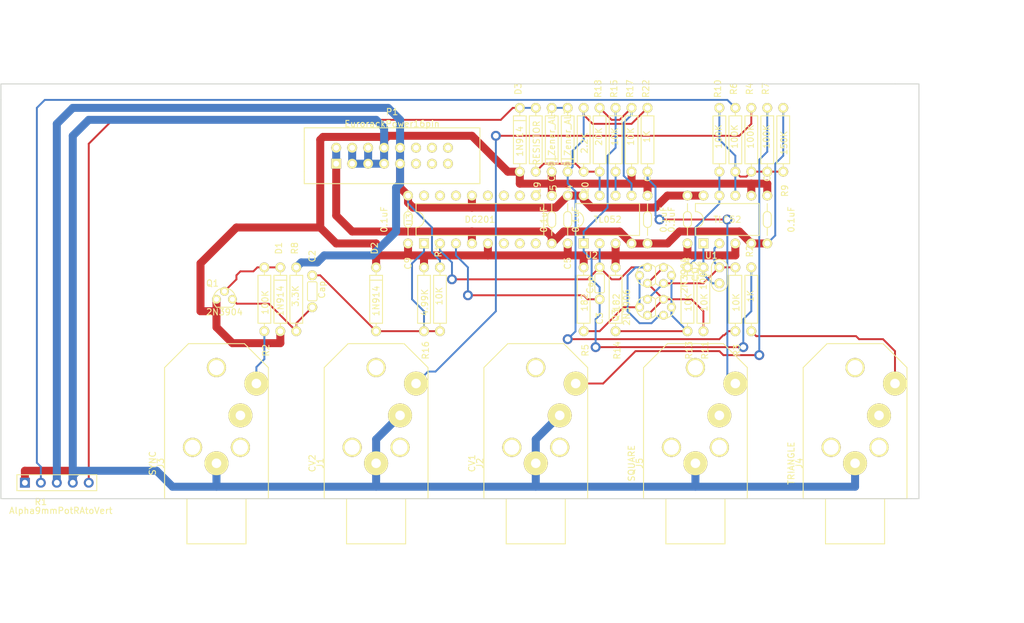
<source format=kicad_pcb>
(kicad_pcb (version 4) (host pcbnew 4.0.7)

  (general
    (links 107)
    (no_connects 1)
    (area 32.944999 50.724999 179.145001 116.915001)
    (thickness 1.6)
    (drawings 16)
    (tracks 328)
    (zones 0)
    (modules 48)
    (nets 28)
  )

  (page A4)
  (layers
    (0 F.Cu signal)
    (31 B.Cu signal)
    (32 B.Adhes user)
    (33 F.Adhes user)
    (34 B.Paste user)
    (35 F.Paste user)
    (36 B.SilkS user)
    (37 F.SilkS user)
    (38 B.Mask user)
    (39 F.Mask user)
    (40 Dwgs.User user)
    (41 Cmts.User user)
    (42 Eco1.User user)
    (43 Eco2.User user)
    (44 Edge.Cuts user)
    (45 Margin user)
    (46 B.CrtYd user)
    (47 F.CrtYd user)
    (48 B.Fab user)
    (49 F.Fab user)
  )

  (setup
    (last_trace_width 0.3048)
    (trace_clearance 0.3048)
    (zone_clearance 0.508)
    (zone_45_only no)
    (trace_min 0.2)
    (segment_width 0.2)
    (edge_width 0.15)
    (via_size 1.5748)
    (via_drill 0.9144)
    (via_min_size 0.4)
    (via_min_drill 0.3)
    (uvia_size 0.3)
    (uvia_drill 0.1)
    (uvias_allowed no)
    (uvia_min_size 0.2)
    (uvia_min_drill 0.1)
    (pcb_text_width 0.3)
    (pcb_text_size 1.5 1.5)
    (mod_edge_width 0.15)
    (mod_text_size 1 1)
    (mod_text_width 0.15)
    (pad_size 1.524 1.524)
    (pad_drill 0.762)
    (pad_to_mask_clearance 0.2)
    (aux_axis_origin 0 0)
    (visible_elements 7FFFEFFF)
    (pcbplotparams
      (layerselection 0x00030_80000001)
      (usegerberextensions false)
      (excludeedgelayer true)
      (linewidth 0.100000)
      (plotframeref false)
      (viasonmask false)
      (mode 1)
      (useauxorigin false)
      (hpglpennumber 1)
      (hpglpenspeed 20)
      (hpglpendiameter 15)
      (hpglpenoverlay 2)
      (psnegative false)
      (psa4output false)
      (plotreference true)
      (plotvalue true)
      (plotinvisibletext false)
      (padsonsilk false)
      (subtractmaskfromsilk false)
      (outputformat 1)
      (mirror false)
      (drillshape 1)
      (scaleselection 1)
      (outputdirectory ""))
  )

  (net 0 "")
  (net 1 "Net-(C1-Pad1)")
  (net 2 "Net-(C1-Pad2)")
  (net 3 "Net-(C2-Pad1)")
  (net 4 "Net-(C2-Pad2)")
  (net 5 "Net-(C3-Pad1)")
  (net 6 "Net-(C3-Pad2)")
  (net 7 +15V0)
  (net 8 GND)
  (net 9 -15V0)
  (net 10 "Net-(D1-Pad1)")
  (net 11 "Net-(D3-Pad1)")
  (net 12 "Net-(D4-Pad1)")
  (net 13 "Net-(D4-Pad2)")
  (net 14 "Net-(J1-Pad3)")
  (net 15 "Net-(J2-Pad3)")
  (net 16 "Net-(J3-Pad3)")
  (net 17 "Net-(J4-Pad3)")
  (net 18 "Net-(J5-Pad3)")
  (net 19 "Net-(Q2-Pad2)")
  (net 20 "Net-(Q2-Pad1)")
  (net 21 "Net-(Q2-Pad5)")
  (net 22 "Net-(R10-Pad1)")
  (net 23 "Net-(R1-Pad2)")
  (net 24 "Net-(R10-Pad2)")
  (net 25 "Net-(R15-Pad2)")
  (net 26 "Net-(R17-Pad1)")
  (net 27 "Net-(R18-Pad2)")

  (net_class Default "This is the default net class."
    (clearance 0.3048)
    (trace_width 0.3048)
    (via_dia 1.5748)
    (via_drill 0.9144)
    (uvia_dia 0.3)
    (uvia_drill 0.1)
    (add_net "Net-(C1-Pad1)")
    (add_net "Net-(C1-Pad2)")
    (add_net "Net-(C2-Pad1)")
    (add_net "Net-(C2-Pad2)")
    (add_net "Net-(C3-Pad1)")
    (add_net "Net-(C3-Pad2)")
    (add_net "Net-(D1-Pad1)")
    (add_net "Net-(D3-Pad1)")
    (add_net "Net-(D4-Pad1)")
    (add_net "Net-(D4-Pad2)")
    (add_net "Net-(J1-Pad3)")
    (add_net "Net-(J2-Pad3)")
    (add_net "Net-(J3-Pad3)")
    (add_net "Net-(J4-Pad3)")
    (add_net "Net-(J5-Pad3)")
    (add_net "Net-(Q2-Pad1)")
    (add_net "Net-(Q2-Pad2)")
    (add_net "Net-(Q2-Pad5)")
    (add_net "Net-(R1-Pad2)")
    (add_net "Net-(R10-Pad1)")
    (add_net "Net-(R10-Pad2)")
    (add_net "Net-(R15-Pad2)")
    (add_net "Net-(R17-Pad1)")
    (add_net "Net-(R18-Pad2)")
  )

  (net_class POWER ""
    (clearance 0.3048)
    (trace_width 1.27)
    (via_dia 1.5748)
    (via_drill 0.9144)
    (uvia_dia 0.3)
    (uvia_drill 0.1)
    (add_net +15V0)
    (add_net -15V0)
    (add_net GND)
  )

  (module FootPrints:PHONE-SC112A (layer F.Cu) (tedit 5B45801A) (tstamp 5B455173)
    (at 143.51 116.84 270)
    (path /5B454C02)
    (fp_text reference J5 (at -5.6388 8.89 270) (layer F.SilkS)
      (effects (font (size 1 1) (thickness 0.15)))
    )
    (fp_text value SQUARE (at -5.6388 10.16 270) (layer F.SilkS)
      (effects (font (size 1 1) (thickness 0.15)))
    )
    (fp_line (start 0 -4.699) (end 7.1882 -4.699) (layer F.SilkS) (width 0.15))
    (fp_line (start 7.1882 -4.699) (end 7.1882 4.699) (layer F.SilkS) (width 0.15))
    (fp_line (start 7.1882 4.699) (end 0 4.699) (layer F.SilkS) (width 0.15))
    (fp_line (start -24.6888 4.445) (end -24.6888 -4.445) (layer F.SilkS) (width 0.15))
    (fp_line (start -24.6888 -4.445) (end -20.8788 -8.255) (layer F.SilkS) (width 0.15))
    (fp_line (start -20.8788 -8.255) (end 0 -8.255) (layer F.SilkS) (width 0.15))
    (fp_line (start 0 -8.255) (end 0 8.255) (layer F.SilkS) (width 0.15))
    (fp_line (start 0 8.255) (end -20.8788 8.255) (layer F.SilkS) (width 0.15))
    (fp_line (start -20.8788 8.255) (end -24.6888 4.445) (layer F.SilkS) (width 0.15))
    (pad 1 thru_hole circle (at -5.6388 0 270) (size 3.81 3.81) (drill 1.524) (layers *.Cu *.Mask F.SilkS)
      (net 8 GND))
    (pad "" thru_hole circle (at -8.1788 -3.81 270) (size 3.048 3.048) (drill 2.413) (layers *.Cu *.Mask F.SilkS))
    (pad 2 thru_hole circle (at -13.2588 -3.81 270) (size 3.81 3.81) (drill 1.524) (layers *.Cu *.Mask F.SilkS))
    (pad 3 thru_hole circle (at -18.3388 -6.35 270) (size 3.81 3.81) (drill 1.524) (layers *.Cu *.Mask F.SilkS)
      (net 18 "Net-(J5-Pad3)"))
    (pad "" thru_hole circle (at -20.8788 0 270) (size 3.048 3.048) (drill 2.413) (layers *.Cu *.Mask F.SilkS))
    (pad "" thru_hole circle (at -8.1788 3.81 270) (size 3.048 3.048) (drill 2.413) (layers *.Cu *.Mask F.SilkS))
  )

  (module FootPrints:CAP-0.1 (layer F.Cu) (tedit 56D66FB6) (tstamp 5B45507D)
    (at 147.32 81.28 270)
    (path /5B4538C2)
    (fp_text reference C1 (at 0 3.81 270) (layer F.SilkS)
      (effects (font (size 1 1) (thickness 0.15)))
    )
    (fp_text value 100pF (at 0 2.54 270) (layer F.SilkS)
      (effects (font (size 1 1) (thickness 0.15)))
    )
    (fp_arc (start 1.27 0) (end 2.54 0) (angle 90) (layer F.SilkS) (width 0.15))
    (fp_arc (start 1.27 0) (end 1.27 -1.27) (angle 90) (layer F.SilkS) (width 0.15))
    (fp_arc (start -1.27 0) (end -2.54 0) (angle 90) (layer F.SilkS) (width 0.15))
    (fp_arc (start -1.27 0) (end -1.27 1.27) (angle 90) (layer F.SilkS) (width 0.15))
    (fp_line (start 1.27 1.27) (end -1.27 1.27) (layer F.SilkS) (width 0.15))
    (fp_line (start -1.27 -1.27) (end 1.27 -1.27) (layer F.SilkS) (width 0.15))
    (pad 1 thru_hole circle (at -1.27 0 270) (size 1.5748 1.5748) (drill 0.9144) (layers *.Cu *.Mask F.SilkS)
      (net 1 "Net-(C1-Pad1)"))
    (pad 2 thru_hole circle (at 1.27 0 270) (size 1.5748 1.5748) (drill 0.9144) (layers *.Cu *.Mask F.SilkS)
      (net 2 "Net-(C1-Pad2)"))
  )

  (module FootPrints:CAP-GREENIE-0.2 (layer F.Cu) (tedit 56E50A14) (tstamp 5B45508C)
    (at 82.55 83.82 90)
    (path /5B4530C3)
    (fp_text reference C2 (at 5.588 0 90) (layer F.SilkS)
      (effects (font (size 1 1) (thickness 0.15)))
    )
    (fp_text value Cap (at 0.254 1.524 90) (layer F.SilkS)
      (effects (font (size 1 1) (thickness 0.15)))
    )
    (fp_arc (start 1.27 0.508) (end 1.524 0.508) (angle 90) (layer F.SilkS) (width 0.15))
    (fp_arc (start -1.27 0.508) (end -1.27 0.762) (angle 90) (layer F.SilkS) (width 0.15))
    (fp_arc (start -1.27 -0.508) (end -1.524 -0.508) (angle 90) (layer F.SilkS) (width 0.15))
    (fp_arc (start 1.27 -0.508) (end 1.27 -0.762) (angle 90) (layer F.SilkS) (width 0.15))
    (fp_line (start 1.27 -0.762) (end -1.27 -0.762) (layer F.SilkS) (width 0.15))
    (fp_line (start -1.27 0.762) (end 1.27 0.762) (layer F.SilkS) (width 0.15))
    (fp_line (start -1.524 -0.508) (end -1.524 0.508) (layer F.SilkS) (width 0.15))
    (fp_line (start 1.524 0) (end 1.524 0.508) (layer F.SilkS) (width 0.15))
    (fp_line (start 1.524 0) (end 1.524 -0.508) (layer F.SilkS) (width 0.15))
    (pad 1 thru_hole circle (at -2.54 0 90) (size 1.5748 1.5748) (drill 0.9144) (layers *.Cu *.Mask F.SilkS)
      (net 3 "Net-(C2-Pad1)"))
    (pad 2 thru_hole circle (at 2.54 0 90) (size 1.5748 1.5748) (drill 0.9144) (layers *.Cu *.Mask F.SilkS)
      (net 4 "Net-(C2-Pad2)"))
  )

  (module FootPrints:CAP-GREENIE-0.2 (layer F.Cu) (tedit 56E50A14) (tstamp 5B45509B)
    (at 128.27 82.55 270)
    (path /5B452B66)
    (fp_text reference C3 (at 5.588 0 270) (layer F.SilkS)
      (effects (font (size 1 1) (thickness 0.15)))
    )
    (fp_text value Cap (at 0.254 1.524 270) (layer F.SilkS)
      (effects (font (size 1 1) (thickness 0.15)))
    )
    (fp_arc (start 1.27 0.508) (end 1.524 0.508) (angle 90) (layer F.SilkS) (width 0.15))
    (fp_arc (start -1.27 0.508) (end -1.27 0.762) (angle 90) (layer F.SilkS) (width 0.15))
    (fp_arc (start -1.27 -0.508) (end -1.524 -0.508) (angle 90) (layer F.SilkS) (width 0.15))
    (fp_arc (start 1.27 -0.508) (end 1.27 -0.762) (angle 90) (layer F.SilkS) (width 0.15))
    (fp_line (start 1.27 -0.762) (end -1.27 -0.762) (layer F.SilkS) (width 0.15))
    (fp_line (start -1.27 0.762) (end 1.27 0.762) (layer F.SilkS) (width 0.15))
    (fp_line (start -1.524 -0.508) (end -1.524 0.508) (layer F.SilkS) (width 0.15))
    (fp_line (start 1.524 0) (end 1.524 0.508) (layer F.SilkS) (width 0.15))
    (fp_line (start 1.524 0) (end 1.524 -0.508) (layer F.SilkS) (width 0.15))
    (pad 1 thru_hole circle (at -2.54 0 270) (size 1.5748 1.5748) (drill 0.9144) (layers *.Cu *.Mask F.SilkS)
      (net 5 "Net-(C3-Pad1)"))
    (pad 2 thru_hole circle (at 2.54 0 270) (size 1.5748 1.5748) (drill 0.9144) (layers *.Cu *.Mask F.SilkS)
      (net 6 "Net-(C3-Pad2)"))
  )

  (module FootPrints:CAP-Bypass-0.3 (layer F.Cu) (tedit 56B42E37) (tstamp 5B4550A9)
    (at 142.24 72.39 270)
    (path /5B456448)
    (fp_text reference C4 (at 6.985 0 270) (layer F.SilkS)
      (effects (font (size 1 1) (thickness 0.15)))
    )
    (fp_text value 0.1uF (at 0 3.81 270) (layer F.SilkS)
      (effects (font (size 1 1) (thickness 0.15)))
    )
    (fp_arc (start 0.635 0) (end 1.27 0) (angle 90) (layer F.SilkS) (width 0.15))
    (fp_arc (start 0.635 0) (end 0.635 -0.635) (angle 90) (layer F.SilkS) (width 0.15))
    (fp_arc (start -0.635 0) (end -0.635 0.635) (angle 90) (layer F.SilkS) (width 0.15))
    (fp_arc (start -0.635 0) (end -1.27 0) (angle 90) (layer F.SilkS) (width 0.15))
    (fp_line (start -0.635 0.635) (end 0.635 0.635) (layer F.SilkS) (width 0.15))
    (fp_line (start -0.635 -0.635) (end 0.635 -0.635) (layer F.SilkS) (width 0.15))
    (fp_line (start 2.54 0) (end 1.27 0) (layer F.SilkS) (width 0.15))
    (fp_line (start -2.54 0) (end -1.27 0) (layer F.SilkS) (width 0.15))
    (pad 1 thru_hole circle (at -3.81 0 270) (size 1.5748 1.5748) (drill 0.9144) (layers *.Cu *.Mask F.SilkS)
      (net 7 +15V0))
    (pad 2 thru_hole circle (at 3.81 0 270) (size 1.5748 1.5748) (drill 0.9144) (layers *.Cu *.Mask F.SilkS)
      (net 8 GND))
  )

  (module FootPrints:CAP-Bypass-0.3 (layer F.Cu) (tedit 56B42E37) (tstamp 5B4550B7)
    (at 123.19 72.39 270)
    (path /5B4558C0)
    (fp_text reference C5 (at 6.985 0 270) (layer F.SilkS)
      (effects (font (size 1 1) (thickness 0.15)))
    )
    (fp_text value 0.1uF (at 0 3.81 270) (layer F.SilkS)
      (effects (font (size 1 1) (thickness 0.15)))
    )
    (fp_arc (start 0.635 0) (end 1.27 0) (angle 90) (layer F.SilkS) (width 0.15))
    (fp_arc (start 0.635 0) (end 0.635 -0.635) (angle 90) (layer F.SilkS) (width 0.15))
    (fp_arc (start -0.635 0) (end -0.635 0.635) (angle 90) (layer F.SilkS) (width 0.15))
    (fp_arc (start -0.635 0) (end -1.27 0) (angle 90) (layer F.SilkS) (width 0.15))
    (fp_line (start -0.635 0.635) (end 0.635 0.635) (layer F.SilkS) (width 0.15))
    (fp_line (start -0.635 -0.635) (end 0.635 -0.635) (layer F.SilkS) (width 0.15))
    (fp_line (start 2.54 0) (end 1.27 0) (layer F.SilkS) (width 0.15))
    (fp_line (start -2.54 0) (end -1.27 0) (layer F.SilkS) (width 0.15))
    (pad 1 thru_hole circle (at -3.81 0 270) (size 1.5748 1.5748) (drill 0.9144) (layers *.Cu *.Mask F.SilkS)
      (net 7 +15V0))
    (pad 2 thru_hole circle (at 3.81 0 270) (size 1.5748 1.5748) (drill 0.9144) (layers *.Cu *.Mask F.SilkS)
      (net 8 GND))
  )

  (module FootPrints:CAP-Bypass-0.3 (layer F.Cu) (tedit 56B42E37) (tstamp 5B4550C5)
    (at 154.94 72.39 90)
    (path /5B45644E)
    (fp_text reference C6 (at 6.985 0 90) (layer F.SilkS)
      (effects (font (size 1 1) (thickness 0.15)))
    )
    (fp_text value 0.1uF (at 0 3.81 90) (layer F.SilkS)
      (effects (font (size 1 1) (thickness 0.15)))
    )
    (fp_arc (start 0.635 0) (end 1.27 0) (angle 90) (layer F.SilkS) (width 0.15))
    (fp_arc (start 0.635 0) (end 0.635 -0.635) (angle 90) (layer F.SilkS) (width 0.15))
    (fp_arc (start -0.635 0) (end -0.635 0.635) (angle 90) (layer F.SilkS) (width 0.15))
    (fp_arc (start -0.635 0) (end -1.27 0) (angle 90) (layer F.SilkS) (width 0.15))
    (fp_line (start -0.635 0.635) (end 0.635 0.635) (layer F.SilkS) (width 0.15))
    (fp_line (start -0.635 -0.635) (end 0.635 -0.635) (layer F.SilkS) (width 0.15))
    (fp_line (start 2.54 0) (end 1.27 0) (layer F.SilkS) (width 0.15))
    (fp_line (start -2.54 0) (end -1.27 0) (layer F.SilkS) (width 0.15))
    (pad 1 thru_hole circle (at -3.81 0 90) (size 1.5748 1.5748) (drill 0.9144) (layers *.Cu *.Mask F.SilkS)
      (net 9 -15V0))
    (pad 2 thru_hole circle (at 3.81 0 90) (size 1.5748 1.5748) (drill 0.9144) (layers *.Cu *.Mask F.SilkS)
      (net 8 GND))
  )

  (module FootPrints:CAP-Bypass-0.3 (layer F.Cu) (tedit 56B42E37) (tstamp 5B4550D3)
    (at 135.89 72.39 90)
    (path /5B455A4E)
    (fp_text reference C7 (at 6.985 0 90) (layer F.SilkS)
      (effects (font (size 1 1) (thickness 0.15)))
    )
    (fp_text value 0.1uF (at 0 3.81 90) (layer F.SilkS)
      (effects (font (size 1 1) (thickness 0.15)))
    )
    (fp_arc (start 0.635 0) (end 1.27 0) (angle 90) (layer F.SilkS) (width 0.15))
    (fp_arc (start 0.635 0) (end 0.635 -0.635) (angle 90) (layer F.SilkS) (width 0.15))
    (fp_arc (start -0.635 0) (end -0.635 0.635) (angle 90) (layer F.SilkS) (width 0.15))
    (fp_arc (start -0.635 0) (end -1.27 0) (angle 90) (layer F.SilkS) (width 0.15))
    (fp_line (start -0.635 0.635) (end 0.635 0.635) (layer F.SilkS) (width 0.15))
    (fp_line (start -0.635 -0.635) (end 0.635 -0.635) (layer F.SilkS) (width 0.15))
    (fp_line (start 2.54 0) (end 1.27 0) (layer F.SilkS) (width 0.15))
    (fp_line (start -2.54 0) (end -1.27 0) (layer F.SilkS) (width 0.15))
    (pad 1 thru_hole circle (at -3.81 0 90) (size 1.5748 1.5748) (drill 0.9144) (layers *.Cu *.Mask F.SilkS)
      (net 9 -15V0))
    (pad 2 thru_hole circle (at 3.81 0 90) (size 1.5748 1.5748) (drill 0.9144) (layers *.Cu *.Mask F.SilkS)
      (net 8 GND))
  )

  (module FootPrints:DIODE0.4 (layer F.Cu) (tedit 56BA2633) (tstamp 5B4550E0)
    (at 77.47 85.09 270)
    (path /5B4536B9)
    (fp_text reference D1 (at -8.128 0.254 270) (layer F.SilkS)
      (effects (font (size 1 1) (thickness 0.15)))
    )
    (fp_text value 1N914 (at 0.254 0 270) (layer F.SilkS)
      (effects (font (size 1 1) (thickness 0.15)))
    )
    (fp_line (start -3.048 1.016) (end -3.048 -1.016) (layer F.SilkS) (width 0.15))
    (fp_line (start -3.81 -1.016) (end -3.81 1.016) (layer F.SilkS) (width 0.15))
    (fp_line (start 3.81 -1.016) (end 3.81 1.016) (layer F.SilkS) (width 0.15))
    (fp_line (start -3.81 0) (end -4.318 0) (layer F.SilkS) (width 0.15))
    (fp_line (start 4.445 0) (end 3.81 0) (layer F.SilkS) (width 0.15))
    (fp_line (start -3.81 1.016) (end 3.81 1.016) (layer F.SilkS) (width 0.15))
    (fp_line (start 3.81 -1.016) (end -3.81 -1.016) (layer F.SilkS) (width 0.15))
    (pad 1 thru_hole circle (at -5.08 0 270) (size 1.5748 1.5748) (drill 0.9144) (layers *.Cu *.Mask F.SilkS)
      (net 10 "Net-(D1-Pad1)"))
    (pad 2 thru_hole circle (at 5.08 0 270) (size 1.5748 1.5748) (drill 0.9144) (layers *.Cu *.Mask F.SilkS)
      (net 8 GND))
  )

  (module FootPrints:DIODE0.4 (layer F.Cu) (tedit 56BA2633) (tstamp 5B4550ED)
    (at 92.71 85.09 270)
    (path /5B453183)
    (fp_text reference D2 (at -8.128 0.254 270) (layer F.SilkS)
      (effects (font (size 1 1) (thickness 0.15)))
    )
    (fp_text value 1N914 (at 0.254 0 270) (layer F.SilkS)
      (effects (font (size 1 1) (thickness 0.15)))
    )
    (fp_line (start -3.048 1.016) (end -3.048 -1.016) (layer F.SilkS) (width 0.15))
    (fp_line (start -3.81 -1.016) (end -3.81 1.016) (layer F.SilkS) (width 0.15))
    (fp_line (start 3.81 -1.016) (end 3.81 1.016) (layer F.SilkS) (width 0.15))
    (fp_line (start -3.81 0) (end -4.318 0) (layer F.SilkS) (width 0.15))
    (fp_line (start 4.445 0) (end 3.81 0) (layer F.SilkS) (width 0.15))
    (fp_line (start -3.81 1.016) (end 3.81 1.016) (layer F.SilkS) (width 0.15))
    (fp_line (start 3.81 -1.016) (end -3.81 -1.016) (layer F.SilkS) (width 0.15))
    (pad 1 thru_hole circle (at -5.08 0 270) (size 1.5748 1.5748) (drill 0.9144) (layers *.Cu *.Mask F.SilkS)
      (net 8 GND))
    (pad 2 thru_hole circle (at 5.08 0 270) (size 1.5748 1.5748) (drill 0.9144) (layers *.Cu *.Mask F.SilkS)
      (net 4 "Net-(C2-Pad2)"))
  )

  (module FootPrints:DIODE0.4 (layer F.Cu) (tedit 56BA2633) (tstamp 5B4550FA)
    (at 115.57 59.69 270)
    (path /5B458D3D)
    (fp_text reference D3 (at -8.128 0.254 270) (layer F.SilkS)
      (effects (font (size 1 1) (thickness 0.15)))
    )
    (fp_text value 1N914 (at 0.254 0 270) (layer F.SilkS)
      (effects (font (size 1 1) (thickness 0.15)))
    )
    (fp_line (start -3.048 1.016) (end -3.048 -1.016) (layer F.SilkS) (width 0.15))
    (fp_line (start -3.81 -1.016) (end -3.81 1.016) (layer F.SilkS) (width 0.15))
    (fp_line (start 3.81 -1.016) (end 3.81 1.016) (layer F.SilkS) (width 0.15))
    (fp_line (start -3.81 0) (end -4.318 0) (layer F.SilkS) (width 0.15))
    (fp_line (start 4.445 0) (end 3.81 0) (layer F.SilkS) (width 0.15))
    (fp_line (start -3.81 1.016) (end 3.81 1.016) (layer F.SilkS) (width 0.15))
    (fp_line (start 3.81 -1.016) (end -3.81 -1.016) (layer F.SilkS) (width 0.15))
    (pad 1 thru_hole circle (at -5.08 0 270) (size 1.5748 1.5748) (drill 0.9144) (layers *.Cu *.Mask F.SilkS)
      (net 11 "Net-(D3-Pad1)"))
    (pad 2 thru_hole circle (at 5.08 0 270) (size 1.5748 1.5748) (drill 0.9144) (layers *.Cu *.Mask F.SilkS)
      (net 8 GND))
  )

  (module FootPrints:DIODE0.4 (layer F.Cu) (tedit 56BA2633) (tstamp 5B455107)
    (at 123.19 59.69 90)
    (path /5B454479)
    (fp_text reference D4 (at -8.128 0.254 90) (layer F.SilkS)
      (effects (font (size 1 1) (thickness 0.15)))
    )
    (fp_text value D_Zener_ALT (at 0.254 0 90) (layer F.SilkS)
      (effects (font (size 1 1) (thickness 0.15)))
    )
    (fp_line (start -3.048 1.016) (end -3.048 -1.016) (layer F.SilkS) (width 0.15))
    (fp_line (start -3.81 -1.016) (end -3.81 1.016) (layer F.SilkS) (width 0.15))
    (fp_line (start 3.81 -1.016) (end 3.81 1.016) (layer F.SilkS) (width 0.15))
    (fp_line (start -3.81 0) (end -4.318 0) (layer F.SilkS) (width 0.15))
    (fp_line (start 4.445 0) (end 3.81 0) (layer F.SilkS) (width 0.15))
    (fp_line (start -3.81 1.016) (end 3.81 1.016) (layer F.SilkS) (width 0.15))
    (fp_line (start 3.81 -1.016) (end -3.81 -1.016) (layer F.SilkS) (width 0.15))
    (pad 1 thru_hole circle (at -5.08 0 90) (size 1.5748 1.5748) (drill 0.9144) (layers *.Cu *.Mask F.SilkS)
      (net 12 "Net-(D4-Pad1)"))
    (pad 2 thru_hole circle (at 5.08 0 90) (size 1.5748 1.5748) (drill 0.9144) (layers *.Cu *.Mask F.SilkS)
      (net 13 "Net-(D4-Pad2)"))
  )

  (module FootPrints:DIODE0.4 (layer F.Cu) (tedit 56BA2633) (tstamp 5B455114)
    (at 120.65 59.69 90)
    (path /5B454543)
    (fp_text reference D5 (at -8.128 0.254 90) (layer F.SilkS)
      (effects (font (size 1 1) (thickness 0.15)))
    )
    (fp_text value D_Zener_ALT (at 0.254 0 90) (layer F.SilkS)
      (effects (font (size 1 1) (thickness 0.15)))
    )
    (fp_line (start -3.048 1.016) (end -3.048 -1.016) (layer F.SilkS) (width 0.15))
    (fp_line (start -3.81 -1.016) (end -3.81 1.016) (layer F.SilkS) (width 0.15))
    (fp_line (start 3.81 -1.016) (end 3.81 1.016) (layer F.SilkS) (width 0.15))
    (fp_line (start -3.81 0) (end -4.318 0) (layer F.SilkS) (width 0.15))
    (fp_line (start 4.445 0) (end 3.81 0) (layer F.SilkS) (width 0.15))
    (fp_line (start -3.81 1.016) (end 3.81 1.016) (layer F.SilkS) (width 0.15))
    (fp_line (start 3.81 -1.016) (end -3.81 -1.016) (layer F.SilkS) (width 0.15))
    (pad 1 thru_hole circle (at -5.08 0 90) (size 1.5748 1.5748) (drill 0.9144) (layers *.Cu *.Mask F.SilkS)
      (net 8 GND))
    (pad 2 thru_hole circle (at 5.08 0 90) (size 1.5748 1.5748) (drill 0.9144) (layers *.Cu *.Mask F.SilkS)
      (net 13 "Net-(D4-Pad2)"))
  )

  (module FootPrints:PHONE-SC112A (layer F.Cu) (tedit 5B457FF3) (tstamp 5B455127)
    (at 92.71 116.84 270)
    (path /5B4555D6)
    (fp_text reference J1 (at -5.6388 8.89 270) (layer F.SilkS)
      (effects (font (size 1 1) (thickness 0.15)))
    )
    (fp_text value CV2 (at -5.6388 10.16 270) (layer F.SilkS)
      (effects (font (size 1 1) (thickness 0.15)))
    )
    (fp_line (start 0 -4.699) (end 7.1882 -4.699) (layer F.SilkS) (width 0.15))
    (fp_line (start 7.1882 -4.699) (end 7.1882 4.699) (layer F.SilkS) (width 0.15))
    (fp_line (start 7.1882 4.699) (end 0 4.699) (layer F.SilkS) (width 0.15))
    (fp_line (start -24.6888 4.445) (end -24.6888 -4.445) (layer F.SilkS) (width 0.15))
    (fp_line (start -24.6888 -4.445) (end -20.8788 -8.255) (layer F.SilkS) (width 0.15))
    (fp_line (start -20.8788 -8.255) (end 0 -8.255) (layer F.SilkS) (width 0.15))
    (fp_line (start 0 -8.255) (end 0 8.255) (layer F.SilkS) (width 0.15))
    (fp_line (start 0 8.255) (end -20.8788 8.255) (layer F.SilkS) (width 0.15))
    (fp_line (start -20.8788 8.255) (end -24.6888 4.445) (layer F.SilkS) (width 0.15))
    (pad 1 thru_hole circle (at -5.6388 0 270) (size 3.81 3.81) (drill 1.524) (layers *.Cu *.Mask F.SilkS)
      (net 8 GND))
    (pad "" thru_hole circle (at -8.1788 -3.81 270) (size 3.048 3.048) (drill 2.413) (layers *.Cu *.Mask F.SilkS))
    (pad 2 thru_hole circle (at -13.2588 -3.81 270) (size 3.81 3.81) (drill 1.524) (layers *.Cu *.Mask F.SilkS)
      (net 8 GND))
    (pad 3 thru_hole circle (at -18.3388 -6.35 270) (size 3.81 3.81) (drill 1.524) (layers *.Cu *.Mask F.SilkS)
      (net 14 "Net-(J1-Pad3)"))
    (pad "" thru_hole circle (at -20.8788 0 270) (size 3.048 3.048) (drill 2.413) (layers *.Cu *.Mask F.SilkS))
    (pad "" thru_hole circle (at -8.1788 3.81 270) (size 3.048 3.048) (drill 2.413) (layers *.Cu *.Mask F.SilkS))
  )

  (module FootPrints:PHONE-SC112A (layer F.Cu) (tedit 5B458005) (tstamp 5B45513A)
    (at 118.11 116.84 270)
    (path /5B45543E)
    (fp_text reference J2 (at -5.6388 8.89 270) (layer F.SilkS)
      (effects (font (size 1 1) (thickness 0.15)))
    )
    (fp_text value CV1 (at -5.6388 10.16 270) (layer F.SilkS)
      (effects (font (size 1 1) (thickness 0.15)))
    )
    (fp_line (start 0 -4.699) (end 7.1882 -4.699) (layer F.SilkS) (width 0.15))
    (fp_line (start 7.1882 -4.699) (end 7.1882 4.699) (layer F.SilkS) (width 0.15))
    (fp_line (start 7.1882 4.699) (end 0 4.699) (layer F.SilkS) (width 0.15))
    (fp_line (start -24.6888 4.445) (end -24.6888 -4.445) (layer F.SilkS) (width 0.15))
    (fp_line (start -24.6888 -4.445) (end -20.8788 -8.255) (layer F.SilkS) (width 0.15))
    (fp_line (start -20.8788 -8.255) (end 0 -8.255) (layer F.SilkS) (width 0.15))
    (fp_line (start 0 -8.255) (end 0 8.255) (layer F.SilkS) (width 0.15))
    (fp_line (start 0 8.255) (end -20.8788 8.255) (layer F.SilkS) (width 0.15))
    (fp_line (start -20.8788 8.255) (end -24.6888 4.445) (layer F.SilkS) (width 0.15))
    (pad 1 thru_hole circle (at -5.6388 0 270) (size 3.81 3.81) (drill 1.524) (layers *.Cu *.Mask F.SilkS)
      (net 8 GND))
    (pad "" thru_hole circle (at -8.1788 -3.81 270) (size 3.048 3.048) (drill 2.413) (layers *.Cu *.Mask F.SilkS))
    (pad 2 thru_hole circle (at -13.2588 -3.81 270) (size 3.81 3.81) (drill 1.524) (layers *.Cu *.Mask F.SilkS)
      (net 8 GND))
    (pad 3 thru_hole circle (at -18.3388 -6.35 270) (size 3.81 3.81) (drill 1.524) (layers *.Cu *.Mask F.SilkS)
      (net 15 "Net-(J2-Pad3)"))
    (pad "" thru_hole circle (at -20.8788 0 270) (size 3.048 3.048) (drill 2.413) (layers *.Cu *.Mask F.SilkS))
    (pad "" thru_hole circle (at -8.1788 3.81 270) (size 3.048 3.048) (drill 2.413) (layers *.Cu *.Mask F.SilkS))
  )

  (module FootPrints:PHONE-SC112A (layer F.Cu) (tedit 5B457FE5) (tstamp 5B45514D)
    (at 67.31 116.84 270)
    (path /5B453C92)
    (fp_text reference J3 (at -5.6388 8.89 270) (layer F.SilkS)
      (effects (font (size 1 1) (thickness 0.15)))
    )
    (fp_text value SYNC (at -5.6388 10.16 270) (layer F.SilkS)
      (effects (font (size 1 1) (thickness 0.15)))
    )
    (fp_line (start 0 -4.699) (end 7.1882 -4.699) (layer F.SilkS) (width 0.15))
    (fp_line (start 7.1882 -4.699) (end 7.1882 4.699) (layer F.SilkS) (width 0.15))
    (fp_line (start 7.1882 4.699) (end 0 4.699) (layer F.SilkS) (width 0.15))
    (fp_line (start -24.6888 4.445) (end -24.6888 -4.445) (layer F.SilkS) (width 0.15))
    (fp_line (start -24.6888 -4.445) (end -20.8788 -8.255) (layer F.SilkS) (width 0.15))
    (fp_line (start -20.8788 -8.255) (end 0 -8.255) (layer F.SilkS) (width 0.15))
    (fp_line (start 0 -8.255) (end 0 8.255) (layer F.SilkS) (width 0.15))
    (fp_line (start 0 8.255) (end -20.8788 8.255) (layer F.SilkS) (width 0.15))
    (fp_line (start -20.8788 8.255) (end -24.6888 4.445) (layer F.SilkS) (width 0.15))
    (pad 1 thru_hole circle (at -5.6388 0 270) (size 3.81 3.81) (drill 1.524) (layers *.Cu *.Mask F.SilkS)
      (net 8 GND))
    (pad "" thru_hole circle (at -8.1788 -3.81 270) (size 3.048 3.048) (drill 2.413) (layers *.Cu *.Mask F.SilkS))
    (pad 2 thru_hole circle (at -13.2588 -3.81 270) (size 3.81 3.81) (drill 1.524) (layers *.Cu *.Mask F.SilkS))
    (pad 3 thru_hole circle (at -18.3388 -6.35 270) (size 3.81 3.81) (drill 1.524) (layers *.Cu *.Mask F.SilkS)
      (net 16 "Net-(J3-Pad3)"))
    (pad "" thru_hole circle (at -20.8788 0 270) (size 3.048 3.048) (drill 2.413) (layers *.Cu *.Mask F.SilkS))
    (pad "" thru_hole circle (at -8.1788 3.81 270) (size 3.048 3.048) (drill 2.413) (layers *.Cu *.Mask F.SilkS))
  )

  (module FootPrints:PHONE-SC112A (layer F.Cu) (tedit 5B458025) (tstamp 5B455160)
    (at 168.91 116.84 270)
    (path /5B455026)
    (fp_text reference J4 (at -5.6388 8.89 270) (layer F.SilkS)
      (effects (font (size 1 1) (thickness 0.15)))
    )
    (fp_text value TRIANGLE (at -5.6388 10.16 270) (layer F.SilkS)
      (effects (font (size 1 1) (thickness 0.15)))
    )
    (fp_line (start 0 -4.699) (end 7.1882 -4.699) (layer F.SilkS) (width 0.15))
    (fp_line (start 7.1882 -4.699) (end 7.1882 4.699) (layer F.SilkS) (width 0.15))
    (fp_line (start 7.1882 4.699) (end 0 4.699) (layer F.SilkS) (width 0.15))
    (fp_line (start -24.6888 4.445) (end -24.6888 -4.445) (layer F.SilkS) (width 0.15))
    (fp_line (start -24.6888 -4.445) (end -20.8788 -8.255) (layer F.SilkS) (width 0.15))
    (fp_line (start -20.8788 -8.255) (end 0 -8.255) (layer F.SilkS) (width 0.15))
    (fp_line (start 0 -8.255) (end 0 8.255) (layer F.SilkS) (width 0.15))
    (fp_line (start 0 8.255) (end -20.8788 8.255) (layer F.SilkS) (width 0.15))
    (fp_line (start -20.8788 8.255) (end -24.6888 4.445) (layer F.SilkS) (width 0.15))
    (pad 1 thru_hole circle (at -5.6388 0 270) (size 3.81 3.81) (drill 1.524) (layers *.Cu *.Mask F.SilkS)
      (net 8 GND))
    (pad "" thru_hole circle (at -8.1788 -3.81 270) (size 3.048 3.048) (drill 2.413) (layers *.Cu *.Mask F.SilkS))
    (pad 2 thru_hole circle (at -13.2588 -3.81 270) (size 3.81 3.81) (drill 1.524) (layers *.Cu *.Mask F.SilkS))
    (pad 3 thru_hole circle (at -18.3388 -6.35 270) (size 3.81 3.81) (drill 1.524) (layers *.Cu *.Mask F.SilkS)
      (net 17 "Net-(J4-Pad3)"))
    (pad "" thru_hole circle (at -20.8788 0 270) (size 3.048 3.048) (drill 2.413) (layers *.Cu *.Mask F.SilkS))
    (pad "" thru_hole circle (at -8.1788 3.81 270) (size 3.048 3.048) (drill 2.413) (layers *.Cu *.Mask F.SilkS))
  )

  (module FootPrints:TO92 (layer F.Cu) (tedit 56EB857F) (tstamp 5B45517E)
    (at 68.58 85.09)
    (path /5B4532AC)
    (fp_text reference Q1 (at -1.905 -2.54) (layer F.SilkS)
      (effects (font (size 1 1) (thickness 0.15)))
    )
    (fp_text value 2N3904 (at 0 2.04) (layer F.SilkS)
      (effects (font (size 1 1) (thickness 0.15)))
    )
    (fp_arc (start 0 0) (end -1.27 1.27) (angle 90) (layer F.SilkS) (width 0.15))
    (fp_arc (start 0 0) (end -1.27 -1.27) (angle 90) (layer F.SilkS) (width 0.15))
    (fp_arc (start 0 0) (end 1.27 -1.27) (angle 90) (layer F.SilkS) (width 0.15))
    (fp_line (start -1.27 1.27) (end 1.27 1.27) (layer F.SilkS) (width 0.15))
    (pad 1 thru_hole circle (at -1.27 0) (size 1.397 1.397) (drill 0.8128) (layers *.Cu *.Mask F.SilkS)
      (net 8 GND))
    (pad 2 thru_hole circle (at 0 -1.27) (size 1.397 1.397) (drill 0.8128) (layers *.Cu *.Mask F.SilkS)
      (net 10 "Net-(D1-Pad1)"))
    (pad 3 thru_hole circle (at 1.27 0) (size 1.397 1.397) (drill 0.8128) (layers *.Cu *.Mask F.SilkS)
      (net 3 "Net-(C2-Pad1)"))
  )

  (module FootPrints:DUAL_TO92 (layer F.Cu) (tedit 589B6499) (tstamp 5B45518F)
    (at 137.16 81.28 90)
    (path /5B452754)
    (fp_text reference Q2 (at 1.27 6.35 90) (layer F.SilkS)
      (effects (font (size 1 1) (thickness 0.15)))
    )
    (fp_text value 2N3904 (at 0 4.58 90) (layer F.SilkS)
      (effects (font (size 1 1) (thickness 0.15)))
    )
    (fp_arc (start 0 1.27) (end -1.27 2.54) (angle 90) (layer F.SilkS) (width 0.15))
    (fp_arc (start 0 1.27) (end 1.27 2.54) (angle 90) (layer F.SilkS) (width 0.15))
    (fp_arc (start 0 1.27) (end 1.27 0) (angle 90) (layer F.SilkS) (width 0.15))
    (fp_arc (start 0 -1.27) (end 1.27 -2.54) (angle 90) (layer F.SilkS) (width 0.15))
    (fp_arc (start 0 -1.27) (end -1.27 -2.54) (angle 90) (layer F.SilkS) (width 0.15))
    (fp_arc (start 0 -1.27) (end -1.27 0) (angle 90) (layer F.SilkS) (width 0.15))
    (fp_line (start -1.27 0) (end 1.27 0) (layer F.SilkS) (width 0.15))
    (pad 2 thru_hole circle (at 0 2.54 90) (size 1.397 1.397) (drill 0.8128) (layers *.Cu *.Mask F.SilkS)
      (net 19 "Net-(Q2-Pad2)"))
    (pad 3 thru_hole circle (at -1.27 1.27 90) (size 1.397 1.397) (drill 0.8128) (layers *.Cu *.Mask F.SilkS)
      (net 1 "Net-(C1-Pad1)"))
    (pad 1 thru_hole circle (at 1.27 1.27 90) (size 1.397 1.397) (drill 0.8128) (layers *.Cu *.Mask F.SilkS)
      (net 20 "Net-(Q2-Pad1)"))
    (pad 6 thru_hole circle (at 1.27 -1.27 90) (size 1.397 1.397) (drill 0.8128) (layers *.Cu *.Mask F.SilkS)
      (net 5 "Net-(C3-Pad1)"))
    (pad 4 thru_hole circle (at -1.27 -1.27 90) (size 1.397 1.397) (drill 0.8128) (layers *.Cu *.Mask F.SilkS)
      (net 20 "Net-(Q2-Pad1)"))
    (pad 5 thru_hole circle (at 0 -2.54 90) (size 1.397 1.397) (drill 0.8128) (layers *.Cu *.Mask F.SilkS)
      (net 21 "Net-(Q2-Pad5)"))
  )

  (module FootPrints:DUAL_TO92 (layer F.Cu) (tedit 589B6499) (tstamp 5B4551A0)
    (at 137.16 86.36 270)
    (path /5B4527BB)
    (fp_text reference Q3 (at 1.27 6.35 270) (layer F.SilkS)
      (effects (font (size 1 1) (thickness 0.15)))
    )
    (fp_text value 2N3906 (at 0 4.58 270) (layer F.SilkS)
      (effects (font (size 1 1) (thickness 0.15)))
    )
    (fp_arc (start 0 1.27) (end -1.27 2.54) (angle 90) (layer F.SilkS) (width 0.15))
    (fp_arc (start 0 1.27) (end 1.27 2.54) (angle 90) (layer F.SilkS) (width 0.15))
    (fp_arc (start 0 1.27) (end 1.27 0) (angle 90) (layer F.SilkS) (width 0.15))
    (fp_arc (start 0 -1.27) (end 1.27 -2.54) (angle 90) (layer F.SilkS) (width 0.15))
    (fp_arc (start 0 -1.27) (end -1.27 -2.54) (angle 90) (layer F.SilkS) (width 0.15))
    (fp_arc (start 0 -1.27) (end -1.27 0) (angle 90) (layer F.SilkS) (width 0.15))
    (fp_line (start -1.27 0) (end 1.27 0) (layer F.SilkS) (width 0.15))
    (pad 2 thru_hole circle (at 0 2.54 270) (size 1.397 1.397) (drill 0.8128) (layers *.Cu *.Mask F.SilkS)
      (net 21 "Net-(Q2-Pad5)"))
    (pad 3 thru_hole circle (at -1.27 1.27 270) (size 1.397 1.397) (drill 0.8128) (layers *.Cu *.Mask F.SilkS)
      (net 1 "Net-(C1-Pad1)"))
    (pad 1 thru_hole circle (at 1.27 1.27 270) (size 1.397 1.397) (drill 0.8128) (layers *.Cu *.Mask F.SilkS)
      (net 20 "Net-(Q2-Pad1)"))
    (pad 6 thru_hole circle (at 1.27 -1.27 270) (size 1.397 1.397) (drill 0.8128) (layers *.Cu *.Mask F.SilkS)
      (net 5 "Net-(C3-Pad1)"))
    (pad 4 thru_hole circle (at -1.27 -1.27 270) (size 1.397 1.397) (drill 0.8128) (layers *.Cu *.Mask F.SilkS)
      (net 20 "Net-(Q2-Pad1)"))
    (pad 5 thru_hole circle (at 0 -2.54 270) (size 1.397 1.397) (drill 0.8128) (layers *.Cu *.Mask F.SilkS)
      (net 19 "Net-(Q2-Pad2)"))
  )

  (module FootPrints:AXIAL0.4 (layer F.Cu) (tedit 56ACF211) (tstamp 5B4551C2)
    (at 74.93 85.09 90)
    (path /5B453313)
    (fp_text reference R2 (at -8.128 0.254 90) (layer F.SilkS)
      (effects (font (size 1 1) (thickness 0.15)))
    )
    (fp_text value 100K (at -0.508 0.127 90) (layer F.SilkS)
      (effects (font (size 1 1) (thickness 0.15)))
    )
    (fp_line (start -3.81 -1.016) (end -3.81 1.016) (layer F.SilkS) (width 0.15))
    (fp_line (start 3.81 -1.016) (end 3.81 1.016) (layer F.SilkS) (width 0.15))
    (fp_line (start -3.81 0) (end -4.318 0) (layer F.SilkS) (width 0.15))
    (fp_line (start 4.445 0) (end 3.81 0) (layer F.SilkS) (width 0.15))
    (fp_line (start -3.81 1.016) (end 3.81 1.016) (layer F.SilkS) (width 0.15))
    (fp_line (start 3.81 -1.016) (end -3.81 -1.016) (layer F.SilkS) (width 0.15))
    (pad 1 thru_hole circle (at -5.08 0 90) (size 1.5748 1.5748) (drill 0.9144) (layers *.Cu *.Mask F.SilkS)
      (net 16 "Net-(J3-Pad3)"))
    (pad 2 thru_hole circle (at 5.08 0 90) (size 1.5748 1.5748) (drill 0.9144) (layers *.Cu *.Mask F.SilkS)
      (net 10 "Net-(D1-Pad1)"))
  )

  (module FootPrints:AXIAL0.4 (layer F.Cu) (tedit 56ACF211) (tstamp 5B4551CE)
    (at 149.86 85.09 90)
    (path /5B45496C)
    (fp_text reference R3 (at -8.128 0.254 90) (layer F.SilkS)
      (effects (font (size 1 1) (thickness 0.15)))
    )
    (fp_text value 10K (at -0.508 0.127 90) (layer F.SilkS)
      (effects (font (size 1 1) (thickness 0.15)))
    )
    (fp_line (start -3.81 -1.016) (end -3.81 1.016) (layer F.SilkS) (width 0.15))
    (fp_line (start 3.81 -1.016) (end 3.81 1.016) (layer F.SilkS) (width 0.15))
    (fp_line (start -3.81 0) (end -4.318 0) (layer F.SilkS) (width 0.15))
    (fp_line (start 4.445 0) (end 3.81 0) (layer F.SilkS) (width 0.15))
    (fp_line (start -3.81 1.016) (end 3.81 1.016) (layer F.SilkS) (width 0.15))
    (fp_line (start 3.81 -1.016) (end -3.81 -1.016) (layer F.SilkS) (width 0.15))
    (pad 1 thru_hole circle (at -5.08 0 90) (size 1.5748 1.5748) (drill 0.9144) (layers *.Cu *.Mask F.SilkS)
      (net 12 "Net-(D4-Pad1)"))
    (pad 2 thru_hole circle (at 5.08 0 90) (size 1.5748 1.5748) (drill 0.9144) (layers *.Cu *.Mask F.SilkS)
      (net 1 "Net-(C1-Pad1)"))
  )

  (module FootPrints:AXIAL0.4 (layer F.Cu) (tedit 56ACF211) (tstamp 5B4551DA)
    (at 152.4 59.69 270)
    (path /5B4559D9)
    (fp_text reference R4 (at -8.128 0.254 270) (layer F.SilkS)
      (effects (font (size 1 1) (thickness 0.15)))
    )
    (fp_text value 100K (at -0.508 0.127 270) (layer F.SilkS)
      (effects (font (size 1 1) (thickness 0.15)))
    )
    (fp_line (start -3.81 -1.016) (end -3.81 1.016) (layer F.SilkS) (width 0.15))
    (fp_line (start 3.81 -1.016) (end 3.81 1.016) (layer F.SilkS) (width 0.15))
    (fp_line (start -3.81 0) (end -4.318 0) (layer F.SilkS) (width 0.15))
    (fp_line (start 4.445 0) (end 3.81 0) (layer F.SilkS) (width 0.15))
    (fp_line (start -3.81 1.016) (end 3.81 1.016) (layer F.SilkS) (width 0.15))
    (fp_line (start 3.81 -1.016) (end -3.81 -1.016) (layer F.SilkS) (width 0.15))
    (pad 1 thru_hole circle (at -5.08 0 270) (size 1.5748 1.5748) (drill 0.9144) (layers *.Cu *.Mask F.SilkS)
      (net 14 "Net-(J1-Pad3)"))
    (pad 2 thru_hole circle (at 5.08 0 270) (size 1.5748 1.5748) (drill 0.9144) (layers *.Cu *.Mask F.SilkS)
      (net 22 "Net-(R10-Pad1)"))
  )

  (module FootPrints:AXIAL0.4 (layer F.Cu) (tedit 56ACF211) (tstamp 5B4551E6)
    (at 125.73 85.09 90)
    (path /5B456FF5)
    (fp_text reference R5 (at -8.128 0.254 90) (layer F.SilkS)
      (effects (font (size 1 1) (thickness 0.15)))
    )
    (fp_text value 182 (at -0.508 0.127 90) (layer F.SilkS)
      (effects (font (size 1 1) (thickness 0.15)))
    )
    (fp_line (start -3.81 -1.016) (end -3.81 1.016) (layer F.SilkS) (width 0.15))
    (fp_line (start 3.81 -1.016) (end 3.81 1.016) (layer F.SilkS) (width 0.15))
    (fp_line (start -3.81 0) (end -4.318 0) (layer F.SilkS) (width 0.15))
    (fp_line (start 4.445 0) (end 3.81 0) (layer F.SilkS) (width 0.15))
    (fp_line (start -3.81 1.016) (end 3.81 1.016) (layer F.SilkS) (width 0.15))
    (fp_line (start 3.81 -1.016) (end -3.81 -1.016) (layer F.SilkS) (width 0.15))
    (pad 1 thru_hole circle (at -5.08 0 90) (size 1.5748 1.5748) (drill 0.9144) (layers *.Cu *.Mask F.SilkS)
      (net 21 "Net-(Q2-Pad5)"))
    (pad 2 thru_hole circle (at 5.08 0 90) (size 1.5748 1.5748) (drill 0.9144) (layers *.Cu *.Mask F.SilkS)
      (net 8 GND))
  )

  (module FootPrints:AXIAL0.4 (layer F.Cu) (tedit 56ACF211) (tstamp 5B4551F2)
    (at 149.86 59.69 270)
    (path /5B455B0A)
    (fp_text reference R6 (at -8.128 0.254 270) (layer F.SilkS)
      (effects (font (size 1 1) (thickness 0.15)))
    )
    (fp_text value 100K (at -0.508 0.127 270) (layer F.SilkS)
      (effects (font (size 1 1) (thickness 0.15)))
    )
    (fp_line (start -3.81 -1.016) (end -3.81 1.016) (layer F.SilkS) (width 0.15))
    (fp_line (start 3.81 -1.016) (end 3.81 1.016) (layer F.SilkS) (width 0.15))
    (fp_line (start -3.81 0) (end -4.318 0) (layer F.SilkS) (width 0.15))
    (fp_line (start 4.445 0) (end 3.81 0) (layer F.SilkS) (width 0.15))
    (fp_line (start -3.81 1.016) (end 3.81 1.016) (layer F.SilkS) (width 0.15))
    (fp_line (start 3.81 -1.016) (end -3.81 -1.016) (layer F.SilkS) (width 0.15))
    (pad 1 thru_hole circle (at -5.08 0 270) (size 1.5748 1.5748) (drill 0.9144) (layers *.Cu *.Mask F.SilkS)
      (net 23 "Net-(R1-Pad2)"))
    (pad 2 thru_hole circle (at 5.08 0 270) (size 1.5748 1.5748) (drill 0.9144) (layers *.Cu *.Mask F.SilkS)
      (net 22 "Net-(R10-Pad1)"))
  )

  (module FootPrints:AXIAL0.4 (layer F.Cu) (tedit 56ACF211) (tstamp 5B4551FE)
    (at 154.94 59.69 270)
    (path /5B455A7A)
    (fp_text reference R7 (at -8.128 0.254 270) (layer F.SilkS)
      (effects (font (size 1 1) (thickness 0.15)))
    )
    (fp_text value 100K (at -0.508 0.127 270) (layer F.SilkS)
      (effects (font (size 1 1) (thickness 0.15)))
    )
    (fp_line (start -3.81 -1.016) (end -3.81 1.016) (layer F.SilkS) (width 0.15))
    (fp_line (start 3.81 -1.016) (end 3.81 1.016) (layer F.SilkS) (width 0.15))
    (fp_line (start -3.81 0) (end -4.318 0) (layer F.SilkS) (width 0.15))
    (fp_line (start 4.445 0) (end 3.81 0) (layer F.SilkS) (width 0.15))
    (fp_line (start -3.81 1.016) (end 3.81 1.016) (layer F.SilkS) (width 0.15))
    (fp_line (start 3.81 -1.016) (end -3.81 -1.016) (layer F.SilkS) (width 0.15))
    (pad 1 thru_hole circle (at -5.08 0 270) (size 1.5748 1.5748) (drill 0.9144) (layers *.Cu *.Mask F.SilkS)
      (net 15 "Net-(J2-Pad3)"))
    (pad 2 thru_hole circle (at 5.08 0 270) (size 1.5748 1.5748) (drill 0.9144) (layers *.Cu *.Mask F.SilkS)
      (net 22 "Net-(R10-Pad1)"))
  )

  (module FootPrints:AXIAL0.4 (layer F.Cu) (tedit 56ACF211) (tstamp 5B45520A)
    (at 80.01 85.09 270)
    (path /5B453396)
    (fp_text reference R8 (at -8.128 0.254 270) (layer F.SilkS)
      (effects (font (size 1 1) (thickness 0.15)))
    )
    (fp_text value 3.3K (at -0.508 0.127 270) (layer F.SilkS)
      (effects (font (size 1 1) (thickness 0.15)))
    )
    (fp_line (start -3.81 -1.016) (end -3.81 1.016) (layer F.SilkS) (width 0.15))
    (fp_line (start 3.81 -1.016) (end 3.81 1.016) (layer F.SilkS) (width 0.15))
    (fp_line (start -3.81 0) (end -4.318 0) (layer F.SilkS) (width 0.15))
    (fp_line (start 4.445 0) (end 3.81 0) (layer F.SilkS) (width 0.15))
    (fp_line (start -3.81 1.016) (end 3.81 1.016) (layer F.SilkS) (width 0.15))
    (fp_line (start 3.81 -1.016) (end -3.81 -1.016) (layer F.SilkS) (width 0.15))
    (pad 1 thru_hole circle (at -5.08 0 270) (size 1.5748 1.5748) (drill 0.9144) (layers *.Cu *.Mask F.SilkS)
      (net 7 +15V0))
    (pad 2 thru_hole circle (at 5.08 0 270) (size 1.5748 1.5748) (drill 0.9144) (layers *.Cu *.Mask F.SilkS)
      (net 3 "Net-(C2-Pad1)"))
  )

  (module FootPrints:AXIAL0.4 (layer F.Cu) (tedit 56ACF211) (tstamp 5B455216)
    (at 157.48 59.69 90)
    (path /5B456C33)
    (fp_text reference R9 (at -8.128 0.254 90) (layer F.SilkS)
      (effects (font (size 1 1) (thickness 0.15)))
    )
    (fp_text value 150K (at -0.508 0.127 90) (layer F.SilkS)
      (effects (font (size 1 1) (thickness 0.15)))
    )
    (fp_line (start -3.81 -1.016) (end -3.81 1.016) (layer F.SilkS) (width 0.15))
    (fp_line (start 3.81 -1.016) (end 3.81 1.016) (layer F.SilkS) (width 0.15))
    (fp_line (start -3.81 0) (end -4.318 0) (layer F.SilkS) (width 0.15))
    (fp_line (start 4.445 0) (end 3.81 0) (layer F.SilkS) (width 0.15))
    (fp_line (start -3.81 1.016) (end 3.81 1.016) (layer F.SilkS) (width 0.15))
    (fp_line (start 3.81 -1.016) (end -3.81 -1.016) (layer F.SilkS) (width 0.15))
    (pad 1 thru_hole circle (at -5.08 0 90) (size 1.5748 1.5748) (drill 0.9144) (layers *.Cu *.Mask F.SilkS)
      (net 22 "Net-(R10-Pad1)"))
    (pad 2 thru_hole circle (at 5.08 0 90) (size 1.5748 1.5748) (drill 0.9144) (layers *.Cu *.Mask F.SilkS)
      (net 9 -15V0))
  )

  (module FootPrints:AXIAL0.4 (layer F.Cu) (tedit 56ACF211) (tstamp 5B455222)
    (at 147.32 59.69 270)
    (path /5B4558FB)
    (fp_text reference R10 (at -8.128 0.254 270) (layer F.SilkS)
      (effects (font (size 1 1) (thickness 0.15)))
    )
    (fp_text value 100K (at -0.508 0.127 270) (layer F.SilkS)
      (effects (font (size 1 1) (thickness 0.15)))
    )
    (fp_line (start -3.81 -1.016) (end -3.81 1.016) (layer F.SilkS) (width 0.15))
    (fp_line (start 3.81 -1.016) (end 3.81 1.016) (layer F.SilkS) (width 0.15))
    (fp_line (start -3.81 0) (end -4.318 0) (layer F.SilkS) (width 0.15))
    (fp_line (start 4.445 0) (end 3.81 0) (layer F.SilkS) (width 0.15))
    (fp_line (start -3.81 1.016) (end 3.81 1.016) (layer F.SilkS) (width 0.15))
    (fp_line (start 3.81 -1.016) (end -3.81 -1.016) (layer F.SilkS) (width 0.15))
    (pad 1 thru_hole circle (at -5.08 0 270) (size 1.5748 1.5748) (drill 0.9144) (layers *.Cu *.Mask F.SilkS)
      (net 22 "Net-(R10-Pad1)"))
    (pad 2 thru_hole circle (at 5.08 0 270) (size 1.5748 1.5748) (drill 0.9144) (layers *.Cu *.Mask F.SilkS)
      (net 24 "Net-(R10-Pad2)"))
  )

  (module FootPrints:AXIAL0.4 (layer F.Cu) (tedit 56ACF211) (tstamp 5B45522E)
    (at 144.78 85.09 90)
    (path /5B452F0C)
    (fp_text reference R11 (at -8.128 0.254 90) (layer F.SilkS)
      (effects (font (size 1 1) (thickness 0.15)))
    )
    (fp_text value 10K (at -0.508 0.127 90) (layer F.SilkS)
      (effects (font (size 1 1) (thickness 0.15)))
    )
    (fp_line (start -3.81 -1.016) (end -3.81 1.016) (layer F.SilkS) (width 0.15))
    (fp_line (start 3.81 -1.016) (end 3.81 1.016) (layer F.SilkS) (width 0.15))
    (fp_line (start -3.81 0) (end -4.318 0) (layer F.SilkS) (width 0.15))
    (fp_line (start 4.445 0) (end 3.81 0) (layer F.SilkS) (width 0.15))
    (fp_line (start -3.81 1.016) (end 3.81 1.016) (layer F.SilkS) (width 0.15))
    (fp_line (start 3.81 -1.016) (end -3.81 -1.016) (layer F.SilkS) (width 0.15))
    (pad 1 thru_hole circle (at -5.08 0 90) (size 1.5748 1.5748) (drill 0.9144) (layers *.Cu *.Mask F.SilkS)
      (net 20 "Net-(Q2-Pad1)"))
    (pad 2 thru_hole circle (at 5.08 0 90) (size 1.5748 1.5748) (drill 0.9144) (layers *.Cu *.Mask F.SilkS)
      (net 2 "Net-(C1-Pad2)"))
  )

  (module FootPrints:AXIAL0.4 (layer F.Cu) (tedit 56ACF211) (tstamp 5B455246)
    (at 142.24 85.09 90)
    (path /5B456873)
    (fp_text reference R13 (at -8.128 0.254 90) (layer F.SilkS)
      (effects (font (size 1 1) (thickness 0.15)))
    )
    (fp_text value 10K (at -0.508 0.127 90) (layer F.SilkS)
      (effects (font (size 1 1) (thickness 0.15)))
    )
    (fp_line (start -3.81 -1.016) (end -3.81 1.016) (layer F.SilkS) (width 0.15))
    (fp_line (start 3.81 -1.016) (end 3.81 1.016) (layer F.SilkS) (width 0.15))
    (fp_line (start -3.81 0) (end -4.318 0) (layer F.SilkS) (width 0.15))
    (fp_line (start 4.445 0) (end 3.81 0) (layer F.SilkS) (width 0.15))
    (fp_line (start -3.81 1.016) (end 3.81 1.016) (layer F.SilkS) (width 0.15))
    (fp_line (start 3.81 -1.016) (end -3.81 -1.016) (layer F.SilkS) (width 0.15))
    (pad 1 thru_hole circle (at -5.08 0 90) (size 1.5748 1.5748) (drill 0.9144) (layers *.Cu *.Mask F.SilkS)
      (net 19 "Net-(Q2-Pad2)"))
    (pad 2 thru_hole circle (at 5.08 0 90) (size 1.5748 1.5748) (drill 0.9144) (layers *.Cu *.Mask F.SilkS)
      (net 24 "Net-(R10-Pad2)"))
  )

  (module FootPrints:AXIAL0.4 (layer F.Cu) (tedit 56ACF211) (tstamp 5B455252)
    (at 130.81 85.09 90)
    (path /5B45691D)
    (fp_text reference R14 (at -8.128 0.254 90) (layer F.SilkS)
      (effects (font (size 1 1) (thickness 0.15)))
    )
    (fp_text value 182 (at -0.508 0.127 90) (layer F.SilkS)
      (effects (font (size 1 1) (thickness 0.15)))
    )
    (fp_line (start -3.81 -1.016) (end -3.81 1.016) (layer F.SilkS) (width 0.15))
    (fp_line (start 3.81 -1.016) (end 3.81 1.016) (layer F.SilkS) (width 0.15))
    (fp_line (start -3.81 0) (end -4.318 0) (layer F.SilkS) (width 0.15))
    (fp_line (start 4.445 0) (end 3.81 0) (layer F.SilkS) (width 0.15))
    (fp_line (start -3.81 1.016) (end 3.81 1.016) (layer F.SilkS) (width 0.15))
    (fp_line (start 3.81 -1.016) (end -3.81 -1.016) (layer F.SilkS) (width 0.15))
    (pad 1 thru_hole circle (at -5.08 0 90) (size 1.5748 1.5748) (drill 0.9144) (layers *.Cu *.Mask F.SilkS)
      (net 19 "Net-(Q2-Pad2)"))
    (pad 2 thru_hole circle (at 5.08 0 90) (size 1.5748 1.5748) (drill 0.9144) (layers *.Cu *.Mask F.SilkS)
      (net 8 GND))
  )

  (module FootPrints:AXIAL0.4 (layer F.Cu) (tedit 56ACF211) (tstamp 5B45525E)
    (at 130.81 59.69 270)
    (path /5B453F4B)
    (fp_text reference R15 (at -8.128 0.254 270) (layer F.SilkS)
      (effects (font (size 1 1) (thickness 0.15)))
    )
    (fp_text value 10K (at -0.508 0.127 270) (layer F.SilkS)
      (effects (font (size 1 1) (thickness 0.15)))
    )
    (fp_line (start -3.81 -1.016) (end -3.81 1.016) (layer F.SilkS) (width 0.15))
    (fp_line (start 3.81 -1.016) (end 3.81 1.016) (layer F.SilkS) (width 0.15))
    (fp_line (start -3.81 0) (end -4.318 0) (layer F.SilkS) (width 0.15))
    (fp_line (start 4.445 0) (end 3.81 0) (layer F.SilkS) (width 0.15))
    (fp_line (start -3.81 1.016) (end 3.81 1.016) (layer F.SilkS) (width 0.15))
    (fp_line (start 3.81 -1.016) (end -3.81 -1.016) (layer F.SilkS) (width 0.15))
    (pad 1 thru_hole circle (at -5.08 0 270) (size 1.5748 1.5748) (drill 0.9144) (layers *.Cu *.Mask F.SilkS)
      (net 6 "Net-(C3-Pad2)"))
    (pad 2 thru_hole circle (at 5.08 0 270) (size 1.5748 1.5748) (drill 0.9144) (layers *.Cu *.Mask F.SilkS)
      (net 25 "Net-(R15-Pad2)"))
  )

  (module FootPrints:AXIAL0.4 (layer F.Cu) (tedit 56ACF211) (tstamp 5B45526A)
    (at 100.33 85.09 90)
    (path /5B452E8B)
    (fp_text reference R16 (at -8.128 0.254 90) (layer F.SilkS)
      (effects (font (size 1 1) (thickness 0.15)))
    )
    (fp_text value 4.99K (at -0.508 0.127 90) (layer F.SilkS)
      (effects (font (size 1 1) (thickness 0.15)))
    )
    (fp_line (start -3.81 -1.016) (end -3.81 1.016) (layer F.SilkS) (width 0.15))
    (fp_line (start 3.81 -1.016) (end 3.81 1.016) (layer F.SilkS) (width 0.15))
    (fp_line (start -3.81 0) (end -4.318 0) (layer F.SilkS) (width 0.15))
    (fp_line (start 4.445 0) (end 3.81 0) (layer F.SilkS) (width 0.15))
    (fp_line (start -3.81 1.016) (end 3.81 1.016) (layer F.SilkS) (width 0.15))
    (fp_line (start 3.81 -1.016) (end -3.81 -1.016) (layer F.SilkS) (width 0.15))
    (pad 1 thru_hole circle (at -5.08 0 90) (size 1.5748 1.5748) (drill 0.9144) (layers *.Cu *.Mask F.SilkS)
      (net 4 "Net-(C2-Pad2)"))
    (pad 2 thru_hole circle (at 5.08 0 90) (size 1.5748 1.5748) (drill 0.9144) (layers *.Cu *.Mask F.SilkS)
      (net 8 GND))
  )

  (module FootPrints:AXIAL0.4 (layer F.Cu) (tedit 56ACF211) (tstamp 5B455276)
    (at 133.35 59.69 270)
    (path /5B454098)
    (fp_text reference R17 (at -8.128 0.254 270) (layer F.SilkS)
      (effects (font (size 1 1) (thickness 0.15)))
    )
    (fp_text value 10K (at -0.508 0.127 270) (layer F.SilkS)
      (effects (font (size 1 1) (thickness 0.15)))
    )
    (fp_line (start -3.81 -1.016) (end -3.81 1.016) (layer F.SilkS) (width 0.15))
    (fp_line (start 3.81 -1.016) (end 3.81 1.016) (layer F.SilkS) (width 0.15))
    (fp_line (start -3.81 0) (end -4.318 0) (layer F.SilkS) (width 0.15))
    (fp_line (start 4.445 0) (end 3.81 0) (layer F.SilkS) (width 0.15))
    (fp_line (start -3.81 1.016) (end 3.81 1.016) (layer F.SilkS) (width 0.15))
    (fp_line (start 3.81 -1.016) (end -3.81 -1.016) (layer F.SilkS) (width 0.15))
    (pad 1 thru_hole circle (at -5.08 0 270) (size 1.5748 1.5748) (drill 0.9144) (layers *.Cu *.Mask F.SilkS)
      (net 26 "Net-(R17-Pad1)"))
    (pad 2 thru_hole circle (at 5.08 0 270) (size 1.5748 1.5748) (drill 0.9144) (layers *.Cu *.Mask F.SilkS)
      (net 8 GND))
  )

  (module FootPrints:AXIAL0.4 (layer F.Cu) (tedit 56ACF211) (tstamp 5B455282)
    (at 128.27 59.69 270)
    (path /5B453FE9)
    (fp_text reference R18 (at -8.128 0.254 270) (layer F.SilkS)
      (effects (font (size 1 1) (thickness 0.15)))
    )
    (fp_text value 20K (at -0.508 0.127 270) (layer F.SilkS)
      (effects (font (size 1 1) (thickness 0.15)))
    )
    (fp_line (start -3.81 -1.016) (end -3.81 1.016) (layer F.SilkS) (width 0.15))
    (fp_line (start 3.81 -1.016) (end 3.81 1.016) (layer F.SilkS) (width 0.15))
    (fp_line (start -3.81 0) (end -4.318 0) (layer F.SilkS) (width 0.15))
    (fp_line (start 4.445 0) (end 3.81 0) (layer F.SilkS) (width 0.15))
    (fp_line (start -3.81 1.016) (end 3.81 1.016) (layer F.SilkS) (width 0.15))
    (fp_line (start 3.81 -1.016) (end -3.81 -1.016) (layer F.SilkS) (width 0.15))
    (pad 1 thru_hole circle (at -5.08 0 270) (size 1.5748 1.5748) (drill 0.9144) (layers *.Cu *.Mask F.SilkS)
      (net 26 "Net-(R17-Pad1)"))
    (pad 2 thru_hole circle (at 5.08 0 270) (size 1.5748 1.5748) (drill 0.9144) (layers *.Cu *.Mask F.SilkS)
      (net 27 "Net-(R18-Pad2)"))
  )

  (module FootPrints:AXIAL0.4 (layer F.Cu) (tedit 56ACF211) (tstamp 5B45528E)
    (at 118.11 59.69 90)
    (path /5B458BE6)
    (fp_text reference R19 (at -8.128 0.254 90) (layer F.SilkS)
      (effects (font (size 1 1) (thickness 0.15)))
    )
    (fp_text value RESISTOR (at -0.508 0.127 90) (layer F.SilkS)
      (effects (font (size 1 1) (thickness 0.15)))
    )
    (fp_line (start -3.81 -1.016) (end -3.81 1.016) (layer F.SilkS) (width 0.15))
    (fp_line (start 3.81 -1.016) (end 3.81 1.016) (layer F.SilkS) (width 0.15))
    (fp_line (start -3.81 0) (end -4.318 0) (layer F.SilkS) (width 0.15))
    (fp_line (start 4.445 0) (end 3.81 0) (layer F.SilkS) (width 0.15))
    (fp_line (start -3.81 1.016) (end 3.81 1.016) (layer F.SilkS) (width 0.15))
    (fp_line (start 3.81 -1.016) (end -3.81 -1.016) (layer F.SilkS) (width 0.15))
    (pad 1 thru_hole circle (at -5.08 0 90) (size 1.5748 1.5748) (drill 0.9144) (layers *.Cu *.Mask F.SilkS)
      (net 27 "Net-(R18-Pad2)"))
    (pad 2 thru_hole circle (at 5.08 0 90) (size 1.5748 1.5748) (drill 0.9144) (layers *.Cu *.Mask F.SilkS)
      (net 11 "Net-(D3-Pad1)"))
  )

  (module FootPrints:AXIAL0.4 (layer F.Cu) (tedit 56ACF211) (tstamp 5B45529A)
    (at 125.73 59.69 90)
    (path /5B454772)
    (fp_text reference R20 (at -8.128 0.254 90) (layer F.SilkS)
      (effects (font (size 1 1) (thickness 0.15)))
    )
    (fp_text value 2.2K (at -0.508 0.127 90) (layer F.SilkS)
      (effects (font (size 1 1) (thickness 0.15)))
    )
    (fp_line (start -3.81 -1.016) (end -3.81 1.016) (layer F.SilkS) (width 0.15))
    (fp_line (start 3.81 -1.016) (end 3.81 1.016) (layer F.SilkS) (width 0.15))
    (fp_line (start -3.81 0) (end -4.318 0) (layer F.SilkS) (width 0.15))
    (fp_line (start 4.445 0) (end 3.81 0) (layer F.SilkS) (width 0.15))
    (fp_line (start -3.81 1.016) (end 3.81 1.016) (layer F.SilkS) (width 0.15))
    (fp_line (start 3.81 -1.016) (end -3.81 -1.016) (layer F.SilkS) (width 0.15))
    (pad 1 thru_hole circle (at -5.08 0 90) (size 1.5748 1.5748) (drill 0.9144) (layers *.Cu *.Mask F.SilkS)
      (net 27 "Net-(R18-Pad2)"))
    (pad 2 thru_hole circle (at 5.08 0 90) (size 1.5748 1.5748) (drill 0.9144) (layers *.Cu *.Mask F.SilkS)
      (net 12 "Net-(D4-Pad1)"))
  )

  (module FootPrints:AXIAL0.4 (layer F.Cu) (tedit 56ACF211) (tstamp 5B4552A6)
    (at 152.4 85.09 270)
    (path /5B4550EC)
    (fp_text reference R21 (at -8.128 0.254 270) (layer F.SilkS)
      (effects (font (size 1 1) (thickness 0.15)))
    )
    (fp_text value 1K (at -0.508 0.127 270) (layer F.SilkS)
      (effects (font (size 1 1) (thickness 0.15)))
    )
    (fp_line (start -3.81 -1.016) (end -3.81 1.016) (layer F.SilkS) (width 0.15))
    (fp_line (start 3.81 -1.016) (end 3.81 1.016) (layer F.SilkS) (width 0.15))
    (fp_line (start -3.81 0) (end -4.318 0) (layer F.SilkS) (width 0.15))
    (fp_line (start 4.445 0) (end 3.81 0) (layer F.SilkS) (width 0.15))
    (fp_line (start -3.81 1.016) (end 3.81 1.016) (layer F.SilkS) (width 0.15))
    (fp_line (start 3.81 -1.016) (end -3.81 -1.016) (layer F.SilkS) (width 0.15))
    (pad 1 thru_hole circle (at -5.08 0 270) (size 1.5748 1.5748) (drill 0.9144) (layers *.Cu *.Mask F.SilkS)
      (net 6 "Net-(C3-Pad2)"))
    (pad 2 thru_hole circle (at 5.08 0 270) (size 1.5748 1.5748) (drill 0.9144) (layers *.Cu *.Mask F.SilkS)
      (net 17 "Net-(J4-Pad3)"))
  )

  (module FootPrints:AXIAL0.4 (layer F.Cu) (tedit 56ACF211) (tstamp 5B4552B2)
    (at 135.89 59.69 270)
    (path /5B454B63)
    (fp_text reference R22 (at -8.128 0.254 270) (layer F.SilkS)
      (effects (font (size 1 1) (thickness 0.15)))
    )
    (fp_text value 1K (at -0.508 0.127 270) (layer F.SilkS)
      (effects (font (size 1 1) (thickness 0.15)))
    )
    (fp_line (start -3.81 -1.016) (end -3.81 1.016) (layer F.SilkS) (width 0.15))
    (fp_line (start 3.81 -1.016) (end 3.81 1.016) (layer F.SilkS) (width 0.15))
    (fp_line (start -3.81 0) (end -4.318 0) (layer F.SilkS) (width 0.15))
    (fp_line (start 4.445 0) (end 3.81 0) (layer F.SilkS) (width 0.15))
    (fp_line (start -3.81 1.016) (end 3.81 1.016) (layer F.SilkS) (width 0.15))
    (fp_line (start 3.81 -1.016) (end -3.81 -1.016) (layer F.SilkS) (width 0.15))
    (pad 1 thru_hole circle (at -5.08 0 270) (size 1.5748 1.5748) (drill 0.9144) (layers *.Cu *.Mask F.SilkS)
      (net 12 "Net-(D4-Pad1)"))
    (pad 2 thru_hole circle (at 5.08 0 270) (size 1.5748 1.5748) (drill 0.9144) (layers *.Cu *.Mask F.SilkS)
      (net 18 "Net-(J5-Pad3)"))
  )

  (module FootPrints:DIP8.3 (layer F.Cu) (tedit 56ADA5EF) (tstamp 5B4552C5)
    (at 148.59 72.39)
    (path /5B4537D6)
    (fp_text reference U1 (at -2.54 5.715) (layer F.SilkS)
      (effects (font (size 1 1) (thickness 0.15)))
    )
    (fp_text value TL052 (at 0 0) (layer F.SilkS)
      (effects (font (size 1 1) (thickness 0.15)))
    )
    (fp_arc (start -5.08 0) (end -3.81 0) (angle 90) (layer F.SilkS) (width 0.15))
    (fp_arc (start -5.08 0) (end -5.08 -1.27) (angle 90) (layer F.SilkS) (width 0.15))
    (fp_line (start -5.08 -2.54) (end -5.08 -1.27) (layer F.SilkS) (width 0.15))
    (fp_line (start -5.08 -2.54) (end 5.08 -2.54) (layer F.SilkS) (width 0.15))
    (fp_line (start 5.08 -2.54) (end 5.08 2.54) (layer F.SilkS) (width 0.15))
    (fp_line (start 5.08 2.54) (end -5.08 2.54) (layer F.SilkS) (width 0.15))
    (fp_line (start -5.08 2.54) (end -5.08 1.27) (layer F.SilkS) (width 0.15))
    (pad 1 thru_hole rect (at -3.81 3.81) (size 1.5748 1.5748) (drill 0.9144) (layers *.Cu *.Mask F.SilkS)
      (net 2 "Net-(C1-Pad2)"))
    (pad 2 thru_hole circle (at -1.27 3.81) (size 1.5748 1.5748) (drill 0.9144) (layers *.Cu *.Mask F.SilkS)
      (net 1 "Net-(C1-Pad1)"))
    (pad 3 thru_hole circle (at 1.27 3.81) (size 1.5748 1.5748) (drill 0.9144) (layers *.Cu *.Mask F.SilkS)
      (net 8 GND))
    (pad 4 thru_hole circle (at 3.81 3.81) (size 1.5748 1.5748) (drill 0.9144) (layers *.Cu *.Mask F.SilkS)
      (net 9 -15V0))
    (pad 5 thru_hole circle (at 3.81 -3.81) (size 1.5748 1.5748) (drill 0.9144) (layers *.Cu *.Mask F.SilkS)
      (net 8 GND))
    (pad 6 thru_hole circle (at 1.27 -3.81) (size 1.5748 1.5748) (drill 0.9144) (layers *.Cu *.Mask F.SilkS)
      (net 22 "Net-(R10-Pad1)"))
    (pad 7 thru_hole circle (at -1.27 -3.81) (size 1.5748 1.5748) (drill 0.9144) (layers *.Cu *.Mask F.SilkS)
      (net 24 "Net-(R10-Pad2)"))
    (pad 8 thru_hole circle (at -3.81 -3.81) (size 1.5748 1.5748) (drill 0.9144) (layers *.Cu *.Mask F.SilkS)
      (net 7 +15V0))
  )

  (module FootPrints:DIP8.3 (layer F.Cu) (tedit 56ADA5EF) (tstamp 5B4552D8)
    (at 129.54 72.39)
    (path /5B452861)
    (fp_text reference U2 (at -2.54 5.715) (layer F.SilkS)
      (effects (font (size 1 1) (thickness 0.15)))
    )
    (fp_text value TL052 (at 0 0) (layer F.SilkS)
      (effects (font (size 1 1) (thickness 0.15)))
    )
    (fp_arc (start -5.08 0) (end -3.81 0) (angle 90) (layer F.SilkS) (width 0.15))
    (fp_arc (start -5.08 0) (end -5.08 -1.27) (angle 90) (layer F.SilkS) (width 0.15))
    (fp_line (start -5.08 -2.54) (end -5.08 -1.27) (layer F.SilkS) (width 0.15))
    (fp_line (start -5.08 -2.54) (end 5.08 -2.54) (layer F.SilkS) (width 0.15))
    (fp_line (start 5.08 -2.54) (end 5.08 2.54) (layer F.SilkS) (width 0.15))
    (fp_line (start 5.08 2.54) (end -5.08 2.54) (layer F.SilkS) (width 0.15))
    (fp_line (start -5.08 2.54) (end -5.08 1.27) (layer F.SilkS) (width 0.15))
    (pad 1 thru_hole rect (at -3.81 3.81) (size 1.5748 1.5748) (drill 0.9144) (layers *.Cu *.Mask F.SilkS)
      (net 6 "Net-(C3-Pad2)"))
    (pad 2 thru_hole circle (at -1.27 3.81) (size 1.5748 1.5748) (drill 0.9144) (layers *.Cu *.Mask F.SilkS)
      (net 5 "Net-(C3-Pad1)"))
    (pad 3 thru_hole circle (at 1.27 3.81) (size 1.5748 1.5748) (drill 0.9144) (layers *.Cu *.Mask F.SilkS)
      (net 8 GND))
    (pad 4 thru_hole circle (at 3.81 3.81) (size 1.5748 1.5748) (drill 0.9144) (layers *.Cu *.Mask F.SilkS)
      (net 9 -15V0))
    (pad 5 thru_hole circle (at 3.81 -3.81) (size 1.5748 1.5748) (drill 0.9144) (layers *.Cu *.Mask F.SilkS)
      (net 26 "Net-(R17-Pad1)"))
    (pad 6 thru_hole circle (at 1.27 -3.81) (size 1.5748 1.5748) (drill 0.9144) (layers *.Cu *.Mask F.SilkS)
      (net 25 "Net-(R15-Pad2)"))
    (pad 7 thru_hole circle (at -1.27 -3.81) (size 1.5748 1.5748) (drill 0.9144) (layers *.Cu *.Mask F.SilkS)
      (net 27 "Net-(R18-Pad2)"))
    (pad 8 thru_hole circle (at -3.81 -3.81) (size 1.5748 1.5748) (drill 0.9144) (layers *.Cu *.Mask F.SilkS)
      (net 7 +15V0))
  )

  (module FootPrints:IDC8x2_Vert (layer F.Cu) (tedit 58C886C8) (tstamp 5B4564A9)
    (at 95.25 62.23 180)
    (path /5B45538C)
    (fp_text reference P1 (at 0 6.985 180) (layer F.SilkS)
      (effects (font (size 1 1) (thickness 0.15)))
    )
    (fp_text value EurorackPower16pin (at 0 5.08 180) (layer F.SilkS)
      (effects (font (size 1 1) (thickness 0.15)))
    )
    (fp_line (start -13.97 3.81) (end -13.97 4.445) (layer F.SilkS) (width 0.15))
    (fp_line (start -13.97 4.445) (end 13.97 4.445) (layer F.SilkS) (width 0.15))
    (fp_line (start 13.97 4.445) (end 13.97 3.81) (layer F.SilkS) (width 0.15))
    (fp_line (start 13.97 -3.81) (end 13.97 -4.445) (layer F.SilkS) (width 0.15))
    (fp_line (start 13.97 -4.445) (end -13.97 -4.445) (layer F.SilkS) (width 0.15))
    (fp_line (start -13.97 -4.445) (end -13.97 -3.81) (layer F.SilkS) (width 0.15))
    (fp_line (start 13.97 2.54) (end 13.97 3.81) (layer F.SilkS) (width 0.15))
    (fp_line (start -13.97 3.81) (end -13.97 2.54) (layer F.SilkS) (width 0.15))
    (fp_line (start -13.97 -2.54) (end -13.97 -3.81) (layer F.SilkS) (width 0.15))
    (fp_line (start 13.97 -3.81) (end 13.97 -2.54) (layer F.SilkS) (width 0.15))
    (fp_line (start -13.97 2.54) (end -13.97 -2.54) (layer F.SilkS) (width 0.15))
    (fp_line (start 13.97 -2.54) (end 13.97 2.54) (layer F.SilkS) (width 0.15))
    (pad 1 thru_hole rect (at 8.89 -1.27 180) (size 1.5748 1.5748) (drill 0.9144) (layers *.Cu *.Mask F.SilkS)
      (net 9 -15V0))
    (pad 2 thru_hole circle (at 8.89 1.27 180) (size 1.5748 1.5748) (drill 0.9144) (layers *.Cu *.Mask F.SilkS)
      (net 9 -15V0))
    (pad 3 thru_hole circle (at 6.35 -1.27 180) (size 1.5748 1.5748) (drill 0.9144) (layers *.Cu *.Mask F.SilkS)
      (net 8 GND))
    (pad 4 thru_hole circle (at 6.35 1.27 180) (size 1.5748 1.5748) (drill 0.9144) (layers *.Cu *.Mask F.SilkS)
      (net 8 GND))
    (pad 5 thru_hole circle (at 3.81 -1.27 180) (size 1.5748 1.5748) (drill 0.9144) (layers *.Cu *.Mask F.SilkS)
      (net 8 GND))
    (pad 6 thru_hole circle (at 3.81 1.27 180) (size 1.5748 1.5748) (drill 0.9144) (layers *.Cu *.Mask F.SilkS)
      (net 8 GND))
    (pad 7 thru_hole circle (at 1.27 -1.27 180) (size 1.5748 1.5748) (drill 0.9144) (layers *.Cu *.Mask F.SilkS)
      (net 8 GND))
    (pad 8 thru_hole circle (at 1.27 1.27 180) (size 1.5748 1.5748) (drill 0.9144) (layers *.Cu *.Mask F.SilkS)
      (net 8 GND))
    (pad 9 thru_hole circle (at -1.27 -1.27 180) (size 1.5748 1.5748) (drill 0.9144) (layers *.Cu *.Mask F.SilkS)
      (net 7 +15V0))
    (pad 10 thru_hole circle (at -1.27 1.27 180) (size 1.5748 1.5748) (drill 0.9144) (layers *.Cu *.Mask F.SilkS)
      (net 7 +15V0))
    (pad 11 thru_hole circle (at -3.81 -1.27 180) (size 1.5748 1.5748) (drill 0.9144) (layers *.Cu *.Mask F.SilkS))
    (pad 12 thru_hole circle (at -3.81 1.27 180) (size 1.5748 1.5748) (drill 0.9144) (layers *.Cu *.Mask F.SilkS))
    (pad 13 thru_hole circle (at -6.35 -1.27 180) (size 1.5748 1.5748) (drill 0.9144) (layers *.Cu *.Mask F.SilkS))
    (pad 14 thru_hole circle (at -6.35 1.27 180) (size 1.5748 1.5748) (drill 0.9144) (layers *.Cu *.Mask F.SilkS))
    (pad 15 thru_hole circle (at -8.89 -1.27 180) (size 1.5748 1.5748) (drill 0.9144) (layers *.Cu *.Mask F.SilkS))
    (pad 16 thru_hole circle (at -8.89 1.27 180) (size 1.5748 1.5748) (drill 0.9144) (layers *.Cu *.Mask F.SilkS))
  )

  (module FootPrints:IDC5X1 (layer F.Cu) (tedit 5B455536) (tstamp 5B4564B6)
    (at 39.37 116.84)
    (path /5B458047)
    (fp_text reference R1 (at 0 0.5) (layer F.SilkS)
      (effects (font (size 1 1) (thickness 0.15)))
    )
    (fp_text value Alpha9mmPotRAtoVert (at 3.175 1.905) (layer F.SilkS)
      (effects (font (size 1 1) (thickness 0.15)))
    )
    (fp_line (start -3.81 -1.27) (end 8.89 -1.27) (layer F.SilkS) (width 0.15))
    (fp_line (start 8.89 -1.27) (end 8.89 -3.81) (layer F.SilkS) (width 0.15))
    (fp_line (start 8.89 -3.81) (end -3.81 -3.81) (layer F.SilkS) (width 0.15))
    (fp_line (start -3.81 -3.81) (end -3.81 -1.27) (layer F.SilkS) (width 0.15))
    (pad 1 thru_hole rect (at -2.54 -2.54) (size 1.5748 1.5748) (drill 0.9144) (layers *.Cu *.Mask)
      (net 8 GND))
    (pad 2 thru_hole circle (at 0 -2.54) (size 1.5748 1.5748) (drill 0.9144) (layers *.Cu *.Mask)
      (net 23 "Net-(R1-Pad2)"))
    (pad 3 thru_hole circle (at 2.54 -2.54) (size 1.5748 1.5748) (drill 0.9144) (layers *.Cu *.Mask)
      (net 7 +15V0))
    (pad 4 thru_hole circle (at 5.08 -2.54) (size 1.5748 1.5748) (drill 0.9144) (layers *.Cu *.Mask)
      (net 8 GND))
    (pad 5 thru_hole circle (at 7.62 -2.54) (size 1.5748 1.5748) (drill 0.9144) (layers *.Cu *.Mask)
      (net 11 "Net-(D3-Pad1)"))
  )

  (module FootPrints:CAP-Bypass-0.3 (layer F.Cu) (tedit 56B42E37) (tstamp 5B46844A)
    (at 97.79 72.39 270)
    (path /5B463100)
    (fp_text reference C9 (at 6.985 0 270) (layer F.SilkS)
      (effects (font (size 1 1) (thickness 0.15)))
    )
    (fp_text value 0.1uF (at 0 3.81 270) (layer F.SilkS)
      (effects (font (size 1 1) (thickness 0.15)))
    )
    (fp_arc (start 0.635 0) (end 1.27 0) (angle 90) (layer F.SilkS) (width 0.15))
    (fp_arc (start 0.635 0) (end 0.635 -0.635) (angle 90) (layer F.SilkS) (width 0.15))
    (fp_arc (start -0.635 0) (end -0.635 0.635) (angle 90) (layer F.SilkS) (width 0.15))
    (fp_arc (start -0.635 0) (end -1.27 0) (angle 90) (layer F.SilkS) (width 0.15))
    (fp_line (start -0.635 0.635) (end 0.635 0.635) (layer F.SilkS) (width 0.15))
    (fp_line (start -0.635 -0.635) (end 0.635 -0.635) (layer F.SilkS) (width 0.15))
    (fp_line (start 2.54 0) (end 1.27 0) (layer F.SilkS) (width 0.15))
    (fp_line (start -2.54 0) (end -1.27 0) (layer F.SilkS) (width 0.15))
    (pad 1 thru_hole circle (at -3.81 0 270) (size 1.5748 1.5748) (drill 0.9144) (layers *.Cu *.Mask F.SilkS)
      (net 7 +15V0))
    (pad 2 thru_hole circle (at 3.81 0 270) (size 1.5748 1.5748) (drill 0.9144) (layers *.Cu *.Mask F.SilkS)
      (net 8 GND))
  )

  (module FootPrints:DIP-16.3 (layer F.Cu) (tedit 58BE1099) (tstamp 5B46845E)
    (at 109.22 72.39)
    (path /5B46241F)
    (fp_text reference U3 (at -11.1774 0 90) (layer F.SilkS)
      (effects (font (size 1 1) (thickness 0.15)))
    )
    (fp_text value DG201 (at 0 0) (layer F.SilkS)
      (effects (font (size 1 1) (thickness 0.15)))
    )
    (fp_line (start -10.16 -1.27) (end -10.16 -2.54) (layer F.SilkS) (width 0.15))
    (fp_line (start -10.16 2.54) (end -10.16 1.27) (layer F.SilkS) (width 0.15))
    (fp_line (start 10.16 -2.54) (end 10.16 2.54) (layer F.SilkS) (width 0.15))
    (fp_line (start 10.16 2.54) (end -10.16 2.54) (layer F.SilkS) (width 0.15))
    (fp_line (start -10.16 -2.54) (end 10.16 -2.54) (layer F.SilkS) (width 0.15))
    (fp_arc (start -10.16 0) (end -10.16 -1.27) (angle 90) (layer F.SilkS) (width 0.15))
    (fp_arc (start -10.16 0) (end -8.89 0) (angle 90) (layer F.SilkS) (width 0.15))
    (fp_line (start -10.35 -5.25) (end 10.35 -5.25) (layer F.CrtYd) (width 0.05))
    (fp_line (start 10.35 -5.25) (end 10.35 5.25) (layer F.CrtYd) (width 0.05))
    (fp_line (start 10.35 5.25) (end -10.35 5.25) (layer F.CrtYd) (width 0.05))
    (fp_line (start -10.35 5.25) (end -10.35 -5.25) (layer F.CrtYd) (width 0.05))
    (pad 16 thru_hole circle (at -8.89 -3.81) (size 1.5748 1.5748) (drill 0.9144) (layers *.Cu *.Mask F.SilkS))
    (pad 1 thru_hole rect (at -8.89 3.81) (size 1.5748 1.5748) (drill 0.9144) (layers *.Cu *.Mask F.SilkS)
      (net 4 "Net-(C2-Pad2)"))
    (pad 15 thru_hole circle (at -6.35 -3.81) (size 1.5748 1.5748) (drill 0.9144) (layers *.Cu *.Mask F.SilkS))
    (pad 2 thru_hole circle (at -6.35 3.81) (size 1.5748 1.5748) (drill 0.9144) (layers *.Cu *.Mask F.SilkS)
      (net 5 "Net-(C3-Pad1)"))
    (pad 14 thru_hole circle (at -3.81 -3.81) (size 1.5748 1.5748) (drill 0.9144) (layers *.Cu *.Mask F.SilkS))
    (pad 3 thru_hole circle (at -3.81 3.81) (size 1.5748 1.5748) (drill 0.9144) (layers *.Cu *.Mask F.SilkS)
      (net 6 "Net-(C3-Pad2)"))
    (pad 13 thru_hole circle (at -1.27 -3.81) (size 1.5748 1.5748) (drill 0.9144) (layers *.Cu *.Mask F.SilkS)
      (net 7 +15V0))
    (pad 4 thru_hole circle (at -1.27 3.81) (size 1.5748 1.5748) (drill 0.9144) (layers *.Cu *.Mask F.SilkS)
      (net 9 -15V0))
    (pad 12 thru_hole circle (at 1.27 -3.81) (size 1.5748 1.5748) (drill 0.9144) (layers *.Cu *.Mask F.SilkS))
    (pad 5 thru_hole circle (at 1.27 3.81) (size 1.5748 1.5748) (drill 0.9144) (layers *.Cu *.Mask F.SilkS)
      (net 8 GND))
    (pad 11 thru_hole circle (at 3.81 -3.81) (size 1.5748 1.5748) (drill 0.9144) (layers *.Cu *.Mask F.SilkS))
    (pad 6 thru_hole circle (at 3.81 3.81) (size 1.5748 1.5748) (drill 0.9144) (layers *.Cu *.Mask F.SilkS))
    (pad 10 thru_hole circle (at 6.35 -3.81) (size 1.5748 1.5748) (drill 0.9144) (layers *.Cu *.Mask F.SilkS))
    (pad 7 thru_hole circle (at 6.35 3.81) (size 1.5748 1.5748) (drill 0.9144) (layers *.Cu *.Mask F.SilkS))
    (pad 9 thru_hole circle (at 8.89 -3.81) (size 1.5748 1.5748) (drill 0.9144) (layers *.Cu *.Mask F.SilkS))
    (pad 8 thru_hole circle (at 8.89 3.81) (size 1.5748 1.5748) (drill 0.9144) (layers *.Cu *.Mask F.SilkS))
  )

  (module FootPrints:CAP-Bypass-0.3 (layer F.Cu) (tedit 56B42E37) (tstamp 5B468701)
    (at 120.65 72.39 90)
    (path /5B4631DC)
    (fp_text reference C8 (at 6.985 0 90) (layer F.SilkS)
      (effects (font (size 1 1) (thickness 0.15)))
    )
    (fp_text value 0.1uF (at 0 3.81 90) (layer F.SilkS)
      (effects (font (size 1 1) (thickness 0.15)))
    )
    (fp_arc (start 0.635 0) (end 1.27 0) (angle 90) (layer F.SilkS) (width 0.15))
    (fp_arc (start 0.635 0) (end 0.635 -0.635) (angle 90) (layer F.SilkS) (width 0.15))
    (fp_arc (start -0.635 0) (end -0.635 0.635) (angle 90) (layer F.SilkS) (width 0.15))
    (fp_arc (start -0.635 0) (end -1.27 0) (angle 90) (layer F.SilkS) (width 0.15))
    (fp_line (start -0.635 0.635) (end 0.635 0.635) (layer F.SilkS) (width 0.15))
    (fp_line (start -0.635 -0.635) (end 0.635 -0.635) (layer F.SilkS) (width 0.15))
    (fp_line (start 2.54 0) (end 1.27 0) (layer F.SilkS) (width 0.15))
    (fp_line (start -2.54 0) (end -1.27 0) (layer F.SilkS) (width 0.15))
    (pad 1 thru_hole circle (at -3.81 0 90) (size 1.5748 1.5748) (drill 0.9144) (layers *.Cu *.Mask F.SilkS)
      (net 9 -15V0))
    (pad 2 thru_hole circle (at 3.81 0 90) (size 1.5748 1.5748) (drill 0.9144) (layers *.Cu *.Mask F.SilkS)
      (net 8 GND))
  )

  (module FootPrints:AXIAL0.4 (layer F.Cu) (tedit 56ACF211) (tstamp 5B468707)
    (at 102.87 85.09 270)
    (path /5B4531C2)
    (fp_text reference R12 (at -8.128 0.254 270) (layer F.SilkS)
      (effects (font (size 1 1) (thickness 0.15)))
    )
    (fp_text value 10K (at -0.508 0.127 270) (layer F.SilkS)
      (effects (font (size 1 1) (thickness 0.15)))
    )
    (fp_line (start -3.81 -1.016) (end -3.81 1.016) (layer F.SilkS) (width 0.15))
    (fp_line (start 3.81 -1.016) (end 3.81 1.016) (layer F.SilkS) (width 0.15))
    (fp_line (start -3.81 0) (end -4.318 0) (layer F.SilkS) (width 0.15))
    (fp_line (start 4.445 0) (end 3.81 0) (layer F.SilkS) (width 0.15))
    (fp_line (start -3.81 1.016) (end 3.81 1.016) (layer F.SilkS) (width 0.15))
    (fp_line (start 3.81 -1.016) (end -3.81 -1.016) (layer F.SilkS) (width 0.15))
    (pad 1 thru_hole circle (at -5.08 0 270) (size 1.5748 1.5748) (drill 0.9144) (layers *.Cu *.Mask F.SilkS)
      (net 7 +15V0))
    (pad 2 thru_hole circle (at 5.08 0 270) (size 1.5748 1.5748) (drill 0.9144) (layers *.Cu *.Mask F.SilkS)
      (net 4 "Net-(C2-Pad2)"))
  )

  (dimension 66.04 (width 0.3) (layer F.Fab)
    (gr_text "2.6000 in" (at 193.12 83.82 90) (layer F.Fab)
      (effects (font (size 1.5 1.5) (thickness 0.3)))
    )
    (feature1 (pts (xy 180.34 50.8) (xy 194.47 50.8)))
    (feature2 (pts (xy 180.34 116.84) (xy 194.47 116.84)))
    (crossbar (pts (xy 191.77 116.84) (xy 191.77 50.8)))
    (arrow1a (pts (xy 191.77 50.8) (xy 192.356421 51.926504)))
    (arrow1b (pts (xy 191.77 50.8) (xy 191.183579 51.926504)))
    (arrow2a (pts (xy 191.77 116.84) (xy 192.356421 115.713496)))
    (arrow2b (pts (xy 191.77 116.84) (xy 191.183579 115.713496)))
  )
  (dimension 146.05 (width 0.3) (layer F.Fab)
    (gr_text "5.7500 in" (at 106.045 39.29) (layer F.Fab)
      (effects (font (size 1.5 1.5) (thickness 0.3)))
    )
    (feature1 (pts (xy 179.07 49.53) (xy 179.07 37.94)))
    (feature2 (pts (xy 33.02 49.53) (xy 33.02 37.94)))
    (crossbar (pts (xy 33.02 40.64) (xy 179.07 40.64)))
    (arrow1a (pts (xy 179.07 40.64) (xy 177.943496 41.226421)))
    (arrow1b (pts (xy 179.07 40.64) (xy 177.943496 40.053579)))
    (arrow2a (pts (xy 33.02 40.64) (xy 34.146504 41.226421)))
    (arrow2b (pts (xy 33.02 40.64) (xy 34.146504 40.053579)))
  )
  (gr_line (start 179.07 116.84) (end 177.8 116.84) (angle 90) (layer Edge.Cuts) (width 0.15))
  (gr_line (start 179.07 50.8) (end 179.07 116.84) (angle 90) (layer Edge.Cuts) (width 0.15))
  (gr_line (start 175.26 50.8) (end 179.07 50.8) (angle 90) (layer Edge.Cuts) (width 0.15))
  (gr_line (start 33.02 50.8) (end 175.26 50.8) (angle 90) (layer Edge.Cuts) (width 0.15))
  (gr_line (start 33.02 53.34) (end 33.02 50.8) (angle 90) (layer Edge.Cuts) (width 0.15))
  (gr_line (start 33.02 57.15) (end 33.02 53.34) (angle 90) (layer Edge.Cuts) (width 0.15))
  (gr_line (start 33.02 76.2) (end 33.02 57.15) (angle 90) (layer Edge.Cuts) (width 0.15))
  (gr_line (start 33.02 116.84) (end 33.02 76.2) (angle 90) (layer Edge.Cuts) (width 0.15))
  (gr_line (start 177.8 116.84) (end 33.02 116.84) (angle 90) (layer Edge.Cuts) (width 0.15))
  (dimension 25.4 (width 0.3) (layer F.Fab)
    (gr_text "1.0000 in" (at 54.61 137.24) (layer F.Fab)
      (effects (font (size 1.5 1.5) (thickness 0.3)))
    )
    (feature1 (pts (xy 41.91 127) (xy 41.91 138.59)))
    (feature2 (pts (xy 67.31 127) (xy 67.31 138.59)))
    (crossbar (pts (xy 67.31 135.89) (xy 41.91 135.89)))
    (arrow1a (pts (xy 41.91 135.89) (xy 43.036504 135.303579)))
    (arrow1b (pts (xy 41.91 135.89) (xy 43.036504 136.476421)))
    (arrow2a (pts (xy 67.31 135.89) (xy 66.183496 135.303579)))
    (arrow2b (pts (xy 67.31 135.89) (xy 66.183496 136.476421)))
  )
  (dimension 25.4 (width 0.3) (layer F.Fab)
    (gr_text "1.0000 in" (at 156.21 137.24) (layer F.Fab)
      (effects (font (size 1.5 1.5) (thickness 0.3)))
    )
    (feature1 (pts (xy 168.91 125.73) (xy 168.91 138.59)))
    (feature2 (pts (xy 143.51 125.73) (xy 143.51 138.59)))
    (crossbar (pts (xy 143.51 135.89) (xy 168.91 135.89)))
    (arrow1a (pts (xy 168.91 135.89) (xy 167.783496 136.476421)))
    (arrow1b (pts (xy 168.91 135.89) (xy 167.783496 135.303579)))
    (arrow2a (pts (xy 143.51 135.89) (xy 144.636504 136.476421)))
    (arrow2b (pts (xy 143.51 135.89) (xy 144.636504 135.303579)))
  )
  (dimension 25.4 (width 0.3) (layer F.Fab)
    (gr_text "1.0000 in" (at 130.81 137.24) (layer F.Fab)
      (effects (font (size 1.5 1.5) (thickness 0.3)))
    )
    (feature1 (pts (xy 143.51 125.73) (xy 143.51 138.59)))
    (feature2 (pts (xy 118.11 125.73) (xy 118.11 138.59)))
    (crossbar (pts (xy 118.11 135.89) (xy 143.51 135.89)))
    (arrow1a (pts (xy 143.51 135.89) (xy 142.383496 136.476421)))
    (arrow1b (pts (xy 143.51 135.89) (xy 142.383496 135.303579)))
    (arrow2a (pts (xy 118.11 135.89) (xy 119.236504 136.476421)))
    (arrow2b (pts (xy 118.11 135.89) (xy 119.236504 135.303579)))
  )
  (dimension 25.4 (width 0.3) (layer F.Fab)
    (gr_text "1.0000 in" (at 105.41 137.24) (layer F.Fab)
      (effects (font (size 1.5 1.5) (thickness 0.3)))
    )
    (feature1 (pts (xy 118.11 125.73) (xy 118.11 138.59)))
    (feature2 (pts (xy 92.71 125.73) (xy 92.71 138.59)))
    (crossbar (pts (xy 92.71 135.89) (xy 118.11 135.89)))
    (arrow1a (pts (xy 118.11 135.89) (xy 116.983496 136.476421)))
    (arrow1b (pts (xy 118.11 135.89) (xy 116.983496 135.303579)))
    (arrow2a (pts (xy 92.71 135.89) (xy 93.836504 136.476421)))
    (arrow2b (pts (xy 92.71 135.89) (xy 93.836504 135.303579)))
  )
  (dimension 25.4 (width 0.3) (layer F.Fab)
    (gr_text "1.0000 in" (at 80.01 137.24) (layer F.Fab)
      (effects (font (size 1.5 1.5) (thickness 0.3)))
    )
    (feature1 (pts (xy 92.71 127) (xy 92.71 138.59)))
    (feature2 (pts (xy 67.31 127) (xy 67.31 138.59)))
    (crossbar (pts (xy 67.31 135.89) (xy 92.71 135.89)))
    (arrow1a (pts (xy 92.71 135.89) (xy 91.583496 136.476421)))
    (arrow1b (pts (xy 92.71 135.89) (xy 91.583496 135.303579)))
    (arrow2a (pts (xy 67.31 135.89) (xy 68.436504 136.476421)))
    (arrow2b (pts (xy 67.31 135.89) (xy 68.436504 135.303579)))
  )

  (segment (start 149.86 80.01) (end 147.32 80.01) (width 0.3048) (layer F.Cu) (net 1))
  (segment (start 147.32 76.2) (end 146.532601 76.987399) (width 0.3048) (layer B.Cu) (net 1))
  (segment (start 146.532601 76.987399) (end 146.532601 79.222601) (width 0.3048) (layer B.Cu) (net 1))
  (segment (start 146.532601 79.222601) (end 147.32 80.01) (width 0.3048) (layer B.Cu) (net 1))
  (segment (start 138.43 82.55) (end 144.78 82.55) (width 0.3048) (layer F.Cu) (net 1))
  (segment (start 144.78 82.55) (end 147.32 80.01) (width 0.3048) (layer F.Cu) (net 1))
  (segment (start 135.89 85.09) (end 136.588499 84.391501) (width 0.3048) (layer B.Cu) (net 1))
  (segment (start 136.588499 84.391501) (end 138.43 82.55) (width 0.3048) (layer B.Cu) (net 1))
  (segment (start 144.78 80.01) (end 144.78 81.123551) (width 0.3048) (layer B.Cu) (net 2))
  (segment (start 144.78 81.123551) (end 146.206449 82.55) (width 0.3048) (layer B.Cu) (net 2))
  (segment (start 146.206449 82.55) (end 147.32 82.55) (width 0.3048) (layer B.Cu) (net 2))
  (segment (start 144.78 76.2) (end 144.78 80.01) (width 0.3048) (layer B.Cu) (net 2))
  (segment (start 82.55 86.36) (end 80.01 88.9) (width 0.3048) (layer F.Cu) (net 3))
  (segment (start 80.01 88.9) (end 80.01 90.17) (width 0.3048) (layer F.Cu) (net 3))
  (segment (start 69.85 85.09) (end 70.548499 85.788499) (width 0.3048) (layer F.Cu) (net 3))
  (segment (start 75.628499 85.788499) (end 79.222601 89.382601) (width 0.3048) (layer F.Cu) (net 3))
  (segment (start 70.548499 85.788499) (end 75.628499 85.788499) (width 0.3048) (layer F.Cu) (net 3))
  (segment (start 79.222601 89.382601) (end 80.01 90.17) (width 0.3048) (layer F.Cu) (net 3))
  (segment (start 100.33 86.995) (end 100.33 90.17) (width 0.3048) (layer B.Cu) (net 4))
  (segment (start 98.425 85.09) (end 100.33 86.995) (width 0.3048) (layer B.Cu) (net 4))
  (segment (start 98.425 79.375) (end 98.425 85.09) (width 0.3048) (layer B.Cu) (net 4))
  (segment (start 100.33 77.47) (end 98.425 79.375) (width 0.3048) (layer B.Cu) (net 4))
  (segment (start 100.33 76.2) (end 100.33 77.47) (width 0.3048) (layer B.Cu) (net 4))
  (segment (start 82.55 81.28) (end 83.82 81.28) (width 0.3048) (layer F.Cu) (net 4))
  (segment (start 83.82 81.28) (end 92.71 90.17) (width 0.3048) (layer F.Cu) (net 4))
  (segment (start 100.33 90.17) (end 99.216449 90.17) (width 0.3048) (layer F.Cu) (net 4))
  (segment (start 99.216449 90.17) (end 92.71 90.17) (width 0.3048) (layer F.Cu) (net 4))
  (segment (start 102.87 90.17) (end 100.33 90.17) (width 0.3048) (layer F.Cu) (net 4))
  (segment (start 126.365 81.915) (end 128.27 80.01) (width 0.3048) (layer F.Cu) (net 5))
  (segment (start 104.775 81.915) (end 126.365 81.915) (width 0.3048) (layer F.Cu) (net 5))
  (segment (start 104.775 79.218551) (end 104.775 81.915) (width 0.3048) (layer B.Cu) (net 5))
  (via (at 104.775 81.915) (size 1.5748) (drill 0.9144) (layers F.Cu B.Cu) (net 5))
  (segment (start 102.87 76.2) (end 102.87 77.313551) (width 0.3048) (layer B.Cu) (net 5))
  (segment (start 102.87 77.313551) (end 104.775 79.218551) (width 0.3048) (layer B.Cu) (net 5))
  (segment (start 128.27 76.2) (end 128.27 77.313551) (width 0.3048) (layer B.Cu) (net 5))
  (segment (start 128.27 77.313551) (end 128.27 80.01) (width 0.3048) (layer B.Cu) (net 5))
  (segment (start 135.89 80.01) (end 133.985 80.01) (width 0.3048) (layer B.Cu) (net 5))
  (segment (start 133.985 80.01) (end 132.715 81.28) (width 0.3048) (layer B.Cu) (net 5))
  (segment (start 134.62 88.9) (end 136.525 88.9) (width 0.3048) (layer B.Cu) (net 5))
  (segment (start 132.715 81.28) (end 132.715 86.995) (width 0.3048) (layer B.Cu) (net 5))
  (segment (start 132.715 86.995) (end 134.62 88.9) (width 0.3048) (layer B.Cu) (net 5))
  (segment (start 136.525 88.9) (end 137.795 87.63) (width 0.3048) (layer B.Cu) (net 5))
  (segment (start 137.795 87.63) (end 138.43 87.63) (width 0.3048) (layer B.Cu) (net 5))
  (segment (start 128.27 80.01) (end 130.175 81.915) (width 0.3048) (layer F.Cu) (net 5))
  (segment (start 133.35 80.01) (end 135.89 80.01) (width 0.3048) (layer F.Cu) (net 5))
  (segment (start 130.175 81.915) (end 131.445 81.915) (width 0.3048) (layer F.Cu) (net 5))
  (segment (start 131.445 81.915) (end 133.35 80.01) (width 0.3048) (layer F.Cu) (net 5))
  (segment (start 126.365 85.09) (end 128.27 85.09) (width 0.3048) (layer F.Cu) (net 6))
  (segment (start 125.73 84.455) (end 126.365 85.09) (width 0.3048) (layer F.Cu) (net 6))
  (segment (start 107.315 84.455) (end 125.73 84.455) (width 0.3048) (layer F.Cu) (net 6))
  (segment (start 106.68 79.375) (end 107.315 80.01) (width 0.3048) (layer B.Cu) (net 6))
  (via (at 107.315 84.455) (size 1.5748) (drill 0.9144) (layers F.Cu B.Cu) (net 6))
  (segment (start 107.315 80.01) (end 107.315 84.455) (width 0.3048) (layer B.Cu) (net 6))
  (segment (start 105.41 78.105) (end 106.68 79.375) (width 0.3048) (layer B.Cu) (net 6))
  (segment (start 105.41 76.2) (end 105.41 78.105) (width 0.3048) (layer B.Cu) (net 6))
  (segment (start 125.73 76.2) (end 125.73 77.47) (width 0.3048) (layer B.Cu) (net 6))
  (segment (start 125.73 77.47) (end 127 78.74) (width 0.3048) (layer B.Cu) (net 6))
  (segment (start 127 78.74) (end 127 81.915) (width 0.3048) (layer B.Cu) (net 6))
  (segment (start 127 81.915) (end 128.27 83.185) (width 0.3048) (layer B.Cu) (net 6))
  (segment (start 128.27 83.185) (end 128.27 85.09) (width 0.3048) (layer B.Cu) (net 6))
  (segment (start 127.635 92.71) (end 127.635 88.265) (width 0.3048) (layer B.Cu) (net 6))
  (segment (start 127.635 88.265) (end 128.27 87.63) (width 0.3048) (layer B.Cu) (net 6))
  (segment (start 128.27 87.63) (end 128.27 85.09) (width 0.3048) (layer B.Cu) (net 6))
  (segment (start 128.27 92.71) (end 127.635 92.71) (width 0.3048) (layer F.Cu) (net 6))
  (via (at 127.635 92.71) (size 1.5748) (drill 0.9144) (layers F.Cu B.Cu) (net 6))
  (segment (start 151.13 92.71) (end 128.27 92.71) (width 0.3048) (layer F.Cu) (net 6))
  (segment (start 151.13 88.265) (end 151.13 92.71) (width 0.3048) (layer B.Cu) (net 6))
  (via (at 151.13 92.71) (size 1.5748) (drill 0.9144) (layers F.Cu B.Cu) (net 6))
  (segment (start 152.4 86.995) (end 151.13 88.265) (width 0.3048) (layer B.Cu) (net 6))
  (segment (start 152.4 80.01) (end 152.4 86.995) (width 0.3048) (layer B.Cu) (net 6))
  (segment (start 130.81 54.61) (end 130.81 60.96) (width 0.3048) (layer B.Cu) (net 6))
  (segment (start 129.54 70.485) (end 125.73 74.295) (width 0.3048) (layer B.Cu) (net 6))
  (segment (start 125.73 74.295) (end 125.73 76.2) (width 0.3048) (layer B.Cu) (net 6))
  (segment (start 130.81 60.96) (end 129.54 62.23) (width 0.3048) (layer B.Cu) (net 6))
  (segment (start 129.54 62.23) (end 129.54 70.485) (width 0.3048) (layer B.Cu) (net 6))
  (segment (start 102.87 80.01) (end 102.87 78.896449) (width 0.3048) (layer B.Cu) (net 7))
  (segment (start 102.87 78.896449) (end 101.6 77.626449) (width 0.3048) (layer B.Cu) (net 7))
  (segment (start 101.6 77.626449) (end 101.6 73.66) (width 0.3048) (layer B.Cu) (net 7))
  (segment (start 101.6 73.66) (end 97.79 69.85) (width 0.3048) (layer B.Cu) (net 7))
  (segment (start 97.79 69.85) (end 97.79 68.58) (width 0.3048) (layer B.Cu) (net 7))
  (segment (start 96.52 63.5) (end 96.52 67.31) (width 1.27) (layer F.Cu) (net 7))
  (segment (start 96.52 67.31) (end 97.79 68.58) (width 1.27) (layer F.Cu) (net 7))
  (segment (start 98.581449 70.485) (end 107.95 70.485) (width 1.27) (layer F.Cu) (net 7))
  (segment (start 97.79 68.58) (end 97.79 69.693551) (width 1.27) (layer F.Cu) (net 7))
  (segment (start 97.79 69.693551) (end 98.581449 70.485) (width 1.27) (layer F.Cu) (net 7))
  (segment (start 123.19 68.58) (end 121.285 70.485) (width 1.27) (layer F.Cu) (net 7))
  (segment (start 121.285 70.485) (end 107.95 70.485) (width 1.27) (layer F.Cu) (net 7))
  (segment (start 107.95 70.485) (end 107.95 68.58) (width 1.27) (layer F.Cu) (net 7))
  (segment (start 95.885 67.31) (end 96.52 66.675) (width 1.27) (layer B.Cu) (net 7))
  (segment (start 96.52 66.675) (end 96.52 63.5) (width 1.27) (layer B.Cu) (net 7))
  (segment (start 95.885 74.295) (end 95.885 67.31) (width 1.27) (layer B.Cu) (net 7))
  (segment (start 92.075 78.105) (end 95.885 74.295) (width 1.27) (layer B.Cu) (net 7))
  (segment (start 84.455 78.105) (end 92.075 78.105) (width 1.27) (layer B.Cu) (net 7))
  (segment (start 83.337399 79.222601) (end 84.455 78.105) (width 1.27) (layer B.Cu) (net 7))
  (segment (start 80.01 80.01) (end 80.797399 79.222601) (width 1.27) (layer B.Cu) (net 7))
  (segment (start 80.797399 79.222601) (end 83.337399 79.222601) (width 1.27) (layer B.Cu) (net 7))
  (segment (start 96.52 56.515) (end 96.52 60.96) (width 1.27) (layer B.Cu) (net 7))
  (segment (start 94.615 54.61) (end 96.52 56.515) (width 1.27) (layer B.Cu) (net 7))
  (segment (start 44.45 54.61) (end 94.615 54.61) (width 1.27) (layer B.Cu) (net 7))
  (segment (start 41.91 57.15) (end 44.45 54.61) (width 1.27) (layer B.Cu) (net 7))
  (segment (start 41.91 114.3) (end 41.91 57.15) (width 1.27) (layer B.Cu) (net 7))
  (segment (start 125.73 68.58) (end 123.19 68.58) (width 1.27) (layer F.Cu) (net 7))
  (segment (start 125.73 69.215) (end 125.73 68.58) (width 1.27) (layer F.Cu) (net 7))
  (segment (start 127 70.485) (end 125.73 69.215) (width 1.27) (layer F.Cu) (net 7))
  (segment (start 137.16 70.485) (end 127 70.485) (width 1.27) (layer F.Cu) (net 7))
  (segment (start 139.065 68.58) (end 137.16 70.485) (width 1.27) (layer F.Cu) (net 7))
  (segment (start 142.24 68.58) (end 139.065 68.58) (width 1.27) (layer F.Cu) (net 7))
  (segment (start 144.78 68.58) (end 142.24 68.58) (width 1.27) (layer F.Cu) (net 7))
  (segment (start 96.52 60.96) (end 96.52 63.5) (width 1.27) (layer B.Cu) (net 7))
  (segment (start 67.31 86.995) (end 64.77 86.995) (width 1.27) (layer F.Cu) (net 8))
  (segment (start 64.77 86.995) (end 64.77 79.375) (width 1.27) (layer F.Cu) (net 8))
  (segment (start 64.77 79.375) (end 70.485 73.66) (width 1.27) (layer F.Cu) (net 8))
  (segment (start 70.485 73.66) (end 83.82 73.66) (width 1.27) (layer F.Cu) (net 8))
  (segment (start 67.31 86.995) (end 67.31 89.535) (width 1.27) (layer F.Cu) (net 8))
  (segment (start 67.31 85.09) (end 67.31 86.995) (width 1.27) (layer F.Cu) (net 8))
  (segment (start 92.71 80.01) (end 92.71 78.105) (width 1.27) (layer F.Cu) (net 8))
  (segment (start 97.79 78.105) (end 92.71 78.105) (width 1.27) (layer F.Cu) (net 8))
  (segment (start 92.71 78.105) (end 92.71 76.2) (width 1.27) (layer F.Cu) (net 8))
  (segment (start 97.79 78.105) (end 97.79 76.2) (width 1.27) (layer F.Cu) (net 8))
  (segment (start 100.33 78.105) (end 97.79 78.105) (width 1.27) (layer F.Cu) (net 8))
  (segment (start 100.33 78.105) (end 100.33 80.01) (width 1.27) (layer F.Cu) (net 8))
  (segment (start 110.49 78.105) (end 100.33 78.105) (width 1.27) (layer F.Cu) (net 8))
  (segment (start 110.49 78.105) (end 110.49 76.2) (width 1.27) (layer F.Cu) (net 8))
  (segment (start 123.19 78.105) (end 110.49 78.105) (width 1.27) (layer F.Cu) (net 8))
  (segment (start 120.65 68.58) (end 120.65 66.675) (width 1.27) (layer F.Cu) (net 8))
  (segment (start 93.98 57.785) (end 93.98 60.96) (width 1.27) (layer B.Cu) (net 8))
  (segment (start 92.71 56.515) (end 93.98 57.785) (width 1.27) (layer B.Cu) (net 8))
  (segment (start 46.99 56.515) (end 92.71 56.515) (width 1.27) (layer B.Cu) (net 8))
  (segment (start 44.45 59.055) (end 46.99 56.515) (width 1.27) (layer B.Cu) (net 8))
  (segment (start 44.45 114.3) (end 44.45 59.055) (width 1.27) (layer B.Cu) (net 8))
  (segment (start 60.325 114.935) (end 67.31 114.935) (width 1.27) (layer B.Cu) (net 8))
  (segment (start 57.785 112.395) (end 60.325 114.935) (width 1.27) (layer B.Cu) (net 8))
  (segment (start 45.241449 112.395) (end 57.785 112.395) (width 1.27) (layer B.Cu) (net 8))
  (segment (start 44.45 113.186449) (end 45.241449 112.395) (width 1.27) (layer B.Cu) (net 8))
  (segment (start 44.45 114.3) (end 44.45 113.186449) (width 1.27) (layer B.Cu) (net 8))
  (segment (start 67.31 89.535) (end 69.85 92.075) (width 1.27) (layer F.Cu) (net 8))
  (segment (start 69.85 92.075) (end 77.47 92.075) (width 1.27) (layer F.Cu) (net 8))
  (segment (start 77.47 92.075) (end 77.47 90.17) (width 1.27) (layer F.Cu) (net 8))
  (segment (start 92.71 76.2) (end 86.36 76.2) (width 1.27) (layer F.Cu) (net 8))
  (segment (start 96.52 103.5812) (end 92.71 107.3912) (width 1.27) (layer B.Cu) (net 8))
  (segment (start 92.71 107.3912) (end 92.71 111.2012) (width 1.27) (layer B.Cu) (net 8))
  (segment (start 121.92 103.5812) (end 118.11 107.3912) (width 1.27) (layer B.Cu) (net 8))
  (segment (start 118.11 107.3912) (end 118.11 111.2012) (width 1.27) (layer B.Cu) (net 8))
  (segment (start 168.91 114.935) (end 168.91 111.2012) (width 1.27) (layer B.Cu) (net 8))
  (segment (start 143.51 114.935) (end 168.91 114.935) (width 1.27) (layer B.Cu) (net 8))
  (segment (start 143.51 114.935) (end 143.51 111.2012) (width 1.27) (layer B.Cu) (net 8))
  (segment (start 118.11 114.935) (end 143.51 114.935) (width 1.27) (layer B.Cu) (net 8))
  (segment (start 118.11 114.935) (end 118.11 111.2012) (width 1.27) (layer B.Cu) (net 8))
  (segment (start 92.71 114.935) (end 118.11 114.935) (width 1.27) (layer B.Cu) (net 8))
  (segment (start 67.31 111.2012) (end 67.31 114.935) (width 1.27) (layer B.Cu) (net 8))
  (segment (start 67.31 114.935) (end 92.71 114.935) (width 1.27) (layer B.Cu) (net 8))
  (segment (start 92.71 114.935) (end 92.71 111.2012) (width 1.27) (layer B.Cu) (net 8))
  (segment (start 44.45 112.395) (end 44.45 114.3) (width 1.27) (layer F.Cu) (net 8))
  (segment (start 36.83 112.395) (end 44.45 112.395) (width 1.27) (layer F.Cu) (net 8))
  (segment (start 36.83 114.3) (end 36.83 112.395) (width 1.27) (layer F.Cu) (net 8))
  (segment (start 130.81 80.01) (end 130.81 78.105) (width 1.27) (layer F.Cu) (net 8))
  (segment (start 86.36 76.2) (end 83.82 73.66) (width 1.27) (layer F.Cu) (net 8))
  (segment (start 83.82 73.66) (end 83.82 59.69) (width 1.27) (layer F.Cu) (net 8))
  (segment (start 83.82 59.69) (end 84.277201 59.232799) (width 1.27) (layer F.Cu) (net 8))
  (segment (start 84.277201 59.232799) (end 93.522799 59.232799) (width 1.27) (layer F.Cu) (net 8))
  (segment (start 93.522799 59.232799) (end 93.98 59.69) (width 1.27) (layer F.Cu) (net 8))
  (segment (start 115.57 64.77) (end 113.665 64.77) (width 1.27) (layer F.Cu) (net 8))
  (segment (start 113.665 64.77) (end 107.95 59.055) (width 1.27) (layer F.Cu) (net 8))
  (segment (start 107.95 59.055) (end 94.615 59.055) (width 1.27) (layer F.Cu) (net 8))
  (segment (start 94.615 59.055) (end 93.98 59.69) (width 1.27) (layer F.Cu) (net 8))
  (segment (start 93.98 59.69) (end 93.98 60.96) (width 1.27) (layer F.Cu) (net 8))
  (segment (start 115.57 66.675) (end 115.57 64.77) (width 1.27) (layer F.Cu) (net 8))
  (segment (start 120.65 66.675) (end 115.57 66.675) (width 1.27) (layer F.Cu) (net 8))
  (segment (start 120.65 66.675) (end 120.65 64.77) (width 1.27) (layer F.Cu) (net 8))
  (segment (start 133.35 66.675) (end 120.65 66.675) (width 1.27) (layer F.Cu) (net 8))
  (segment (start 133.35 66.675) (end 133.35 64.77) (width 1.27) (layer F.Cu) (net 8))
  (segment (start 135.89 66.675) (end 133.35 66.675) (width 1.27) (layer F.Cu) (net 8))
  (segment (start 135.89 66.675) (end 135.89 68.58) (width 1.27) (layer F.Cu) (net 8))
  (segment (start 152.4 66.675) (end 135.89 66.675) (width 1.27) (layer F.Cu) (net 8))
  (segment (start 152.4 66.675) (end 152.4 68.58) (width 1.27) (layer F.Cu) (net 8))
  (segment (start 154.94 66.675) (end 152.4 66.675) (width 1.27) (layer F.Cu) (net 8))
  (segment (start 154.94 68.58) (end 154.94 66.675) (width 1.27) (layer F.Cu) (net 8))
  (segment (start 123.19 78.105) (end 123.19 76.2) (width 1.27) (layer F.Cu) (net 8))
  (segment (start 125.73 78.105) (end 123.19 78.105) (width 1.27) (layer F.Cu) (net 8))
  (segment (start 125.73 78.105) (end 125.73 80.01) (width 1.27) (layer F.Cu) (net 8))
  (segment (start 130.81 78.105) (end 125.73 78.105) (width 1.27) (layer F.Cu) (net 8))
  (segment (start 130.81 78.105) (end 130.81 76.2) (width 1.27) (layer F.Cu) (net 8))
  (segment (start 142.24 78.105) (end 130.81 78.105) (width 1.27) (layer F.Cu) (net 8))
  (segment (start 142.24 78.105) (end 142.24 76.2) (width 1.27) (layer F.Cu) (net 8))
  (segment (start 149.86 78.105) (end 142.24 78.105) (width 1.27) (layer F.Cu) (net 8))
  (segment (start 149.86 76.2) (end 149.86 78.105) (width 1.27) (layer F.Cu) (net 8))
  (segment (start 91.44 63.5) (end 93.98 63.5) (width 1.27) (layer B.Cu) (net 8))
  (segment (start 88.9 63.5) (end 91.44 63.5) (width 1.27) (layer B.Cu) (net 8))
  (segment (start 93.98 60.96) (end 93.98 63.5) (width 1.27) (layer B.Cu) (net 8))
  (segment (start 91.44 60.96) (end 91.44 63.5) (width 1.27) (layer B.Cu) (net 8))
  (segment (start 88.9 60.96) (end 88.9 63.5) (width 1.27) (layer B.Cu) (net 8))
  (segment (start 86.36 71.755) (end 86.36 63.5) (width 1.27) (layer F.Cu) (net 9))
  (segment (start 88.9 74.295) (end 86.36 71.755) (width 1.27) (layer F.Cu) (net 9))
  (segment (start 107.95 74.295) (end 88.9 74.295) (width 1.27) (layer F.Cu) (net 9))
  (segment (start 107.95 74.295) (end 107.95 76.2) (width 1.27) (layer F.Cu) (net 9))
  (segment (start 119.858551 74.295) (end 107.95 74.295) (width 1.27) (layer F.Cu) (net 9))
  (segment (start 120.65 76.2) (end 120.65 75.086449) (width 1.27) (layer F.Cu) (net 9))
  (segment (start 120.65 75.086449) (end 119.858551 74.295) (width 1.27) (layer F.Cu) (net 9))
  (segment (start 133.35 76.2) (end 131.445 74.295) (width 1.27) (layer F.Cu) (net 9))
  (segment (start 131.445 74.295) (end 122.555 74.295) (width 1.27) (layer F.Cu) (net 9))
  (segment (start 122.555 74.295) (end 120.65 76.2) (width 1.27) (layer F.Cu) (net 9))
  (segment (start 157.48 54.61) (end 157.48 62.23) (width 0.3048) (layer B.Cu) (net 9))
  (segment (start 157.48 62.23) (end 156.21 63.5) (width 0.3048) (layer B.Cu) (net 9))
  (segment (start 156.21 63.5) (end 156.21 74.93) (width 0.3048) (layer B.Cu) (net 9))
  (segment (start 156.21 74.93) (end 154.94 76.2) (width 0.3048) (layer B.Cu) (net 9))
  (segment (start 86.36 60.96) (end 86.36 63.5) (width 1.27) (layer B.Cu) (net 9))
  (segment (start 135.89 76.2) (end 133.35 76.2) (width 1.27) (layer F.Cu) (net 9))
  (segment (start 152.4 76.2) (end 150.495 74.295) (width 1.27) (layer F.Cu) (net 9))
  (segment (start 150.495 74.295) (end 140.97 74.295) (width 1.27) (layer F.Cu) (net 9))
  (segment (start 140.97 74.295) (end 139.065 76.2) (width 1.27) (layer F.Cu) (net 9))
  (segment (start 139.065 76.2) (end 135.89 76.2) (width 1.27) (layer F.Cu) (net 9))
  (segment (start 154.94 76.2) (end 152.4 76.2) (width 1.27) (layer F.Cu) (net 9))
  (segment (start 70.485 81.28) (end 70.485 81.915) (width 0.3048) (layer F.Cu) (net 10))
  (segment (start 70.485 81.915) (end 68.58 83.82) (width 0.3048) (layer F.Cu) (net 10))
  (segment (start 71.12 80.645) (end 70.485 81.28) (width 0.3048) (layer F.Cu) (net 10))
  (segment (start 73.181449 80.645) (end 71.12 80.645) (width 0.3048) (layer F.Cu) (net 10))
  (segment (start 74.93 80.01) (end 73.816449 80.01) (width 0.3048) (layer F.Cu) (net 10))
  (segment (start 73.816449 80.01) (end 73.181449 80.645) (width 0.3048) (layer F.Cu) (net 10))
  (segment (start 77.47 80.01) (end 74.93 80.01) (width 0.3048) (layer F.Cu) (net 10))
  (segment (start 46.99 60.325) (end 46.99 114.3) (width 0.3048) (layer F.Cu) (net 11))
  (segment (start 50.8 56.515) (end 46.99 60.325) (width 0.3048) (layer F.Cu) (net 11))
  (segment (start 112.551449 56.515) (end 50.8 56.515) (width 0.3048) (layer F.Cu) (net 11))
  (segment (start 115.57 54.61) (end 114.456449 54.61) (width 0.3048) (layer F.Cu) (net 11))
  (segment (start 114.456449 54.61) (end 112.551449 56.515) (width 0.3048) (layer F.Cu) (net 11))
  (segment (start 115.57 54.61) (end 118.11 54.61) (width 0.3048) (layer B.Cu) (net 11))
  (segment (start 123.19 66.675) (end 123.19 64.77) (width 0.3048) (layer B.Cu) (net 12))
  (segment (start 124.434601 67.919601) (end 123.19 66.675) (width 0.3048) (layer B.Cu) (net 12))
  (segment (start 123.19 91.44) (end 124.434601 90.195399) (width 0.3048) (layer B.Cu) (net 12))
  (segment (start 124.434601 90.195399) (end 124.434601 67.919601) (width 0.3048) (layer B.Cu) (net 12))
  (segment (start 147.32 91.44) (end 123.19 91.44) (width 0.3048) (layer F.Cu) (net 12))
  (via (at 123.19 91.44) (size 1.5748) (drill 0.9144) (layers F.Cu B.Cu) (net 12))
  (segment (start 147.955 90.805) (end 147.32 91.44) (width 0.3048) (layer F.Cu) (net 12))
  (segment (start 148.111449 90.805) (end 147.955 90.805) (width 0.3048) (layer F.Cu) (net 12))
  (segment (start 149.86 90.17) (end 148.746449 90.17) (width 0.3048) (layer F.Cu) (net 12))
  (segment (start 148.746449 90.17) (end 148.111449 90.805) (width 0.3048) (layer F.Cu) (net 12))
  (segment (start 125.73 59.69) (end 125.73 54.61) (width 0.3048) (layer B.Cu) (net 12))
  (segment (start 123.977399 61.442601) (end 125.73 59.69) (width 0.3048) (layer B.Cu) (net 12))
  (segment (start 123.19 64.77) (end 123.977399 63.982601) (width 0.3048) (layer B.Cu) (net 12))
  (segment (start 123.977399 63.982601) (end 123.977399 61.442601) (width 0.3048) (layer B.Cu) (net 12))
  (segment (start 133.35 57.15) (end 135.89 54.61) (width 0.3048) (layer F.Cu) (net 12))
  (segment (start 127.156449 57.15) (end 133.35 57.15) (width 0.3048) (layer F.Cu) (net 12))
  (segment (start 125.73 54.61) (end 125.73 55.723551) (width 0.3048) (layer F.Cu) (net 12))
  (segment (start 125.73 55.723551) (end 127.156449 57.15) (width 0.3048) (layer F.Cu) (net 12))
  (segment (start 120.65 54.61) (end 123.19 54.61) (width 0.3048) (layer B.Cu) (net 13))
  (segment (start 111.76 59.055) (end 150.495 59.055) (width 0.3048) (layer F.Cu) (net 14))
  (segment (start 150.495 59.055) (end 152.4 57.15) (width 0.3048) (layer F.Cu) (net 14))
  (segment (start 152.4 57.15) (end 152.4 54.61) (width 0.3048) (layer F.Cu) (net 14))
  (segment (start 102.158799 96.596201) (end 111.76 86.995) (width 0.3048) (layer B.Cu) (net 14))
  (segment (start 111.76 86.995) (end 111.76 59.055) (width 0.3048) (layer B.Cu) (net 14))
  (via (at 111.76 59.055) (size 1.5748) (drill 0.9144) (layers F.Cu B.Cu) (net 14))
  (segment (start 99.06 98.5012) (end 100.964999 96.596201) (width 0.3048) (layer B.Cu) (net 14))
  (segment (start 100.964999 96.596201) (end 102.158799 96.596201) (width 0.3048) (layer B.Cu) (net 14))
  (segment (start 153.67 93.98) (end 147.955 93.98) (width 0.3048) (layer F.Cu) (net 15))
  (segment (start 147.955 93.98) (end 147.32 93.345) (width 0.3048) (layer F.Cu) (net 15))
  (segment (start 147.32 93.345) (end 133.985 93.345) (width 0.3048) (layer F.Cu) (net 15))
  (segment (start 133.985 93.345) (end 128.8288 98.5012) (width 0.3048) (layer F.Cu) (net 15))
  (segment (start 128.8288 98.5012) (end 124.46 98.5012) (width 0.3048) (layer F.Cu) (net 15))
  (segment (start 154.94 61.595) (end 153.67 62.865) (width 0.3048) (layer B.Cu) (net 15))
  (segment (start 153.67 62.865) (end 153.67 93.98) (width 0.3048) (layer B.Cu) (net 15))
  (via (at 153.67 93.98) (size 1.5748) (drill 0.9144) (layers F.Cu B.Cu) (net 15))
  (segment (start 154.94 54.61) (end 154.94 61.595) (width 0.3048) (layer B.Cu) (net 15))
  (segment (start 73.66 95.885) (end 73.66 98.5012) (width 0.3048) (layer B.Cu) (net 16))
  (segment (start 74.93 94.615) (end 73.66 95.885) (width 0.3048) (layer B.Cu) (net 16))
  (segment (start 74.93 90.17) (end 74.93 94.615) (width 0.3048) (layer B.Cu) (net 16))
  (segment (start 175.26 93.345) (end 175.26 98.5012) (width 0.3048) (layer F.Cu) (net 17))
  (segment (start 173.355 91.44) (end 175.26 93.345) (width 0.3048) (layer F.Cu) (net 17))
  (segment (start 169.545 91.44) (end 173.355 91.44) (width 0.3048) (layer F.Cu) (net 17))
  (segment (start 169.062399 90.957399) (end 169.545 91.44) (width 0.3048) (layer F.Cu) (net 17))
  (segment (start 152.4 90.17) (end 153.187399 90.957399) (width 0.3048) (layer F.Cu) (net 17))
  (segment (start 153.187399 90.957399) (end 169.062399 90.957399) (width 0.3048) (layer F.Cu) (net 17))
  (segment (start 148.59 72.39) (end 148.59 97.2312) (width 0.3048) (layer B.Cu) (net 18))
  (segment (start 148.59 97.2312) (end 149.86 98.5012) (width 0.3048) (layer B.Cu) (net 18))
  (segment (start 137.795 72.39) (end 148.59 72.39) (width 0.3048) (layer F.Cu) (net 18))
  (via (at 148.59 72.39) (size 1.5748) (drill 0.9144) (layers F.Cu B.Cu) (net 18))
  (segment (start 137.16 67.153551) (end 137.16 71.755) (width 0.3048) (layer B.Cu) (net 18))
  (segment (start 137.16 71.755) (end 137.795 72.39) (width 0.3048) (layer B.Cu) (net 18))
  (via (at 137.795 72.39) (size 1.5748) (drill 0.9144) (layers F.Cu B.Cu) (net 18))
  (segment (start 135.89 64.77) (end 135.89 65.883551) (width 0.3048) (layer B.Cu) (net 18))
  (segment (start 135.89 65.883551) (end 137.16 67.153551) (width 0.3048) (layer B.Cu) (net 18))
  (segment (start 139.7 86.36) (end 139.7 87.63) (width 0.3048) (layer B.Cu) (net 19))
  (segment (start 139.7 87.63) (end 142.24 90.17) (width 0.3048) (layer B.Cu) (net 19))
  (segment (start 130.81 90.17) (end 142.24 90.17) (width 0.3048) (layer F.Cu) (net 19))
  (segment (start 139.7 81.28) (end 139.7 82.267828) (width 0.3048) (layer B.Cu) (net 19))
  (segment (start 139.7 82.267828) (end 139.7 86.36) (width 0.3048) (layer B.Cu) (net 19))
  (segment (start 138.43 85.09) (end 142.875 85.09) (width 0.3048) (layer F.Cu) (net 20))
  (segment (start 144.78 86.995) (end 144.78 90.17) (width 0.3048) (layer F.Cu) (net 20))
  (segment (start 142.875 85.09) (end 144.78 86.995) (width 0.3048) (layer F.Cu) (net 20))
  (segment (start 138.43 85.09) (end 135.89 87.63) (width 0.3048) (layer F.Cu) (net 20))
  (segment (start 135.89 82.55) (end 138.43 85.09) (width 0.3048) (layer F.Cu) (net 20))
  (segment (start 138.43 80.01) (end 135.89 82.55) (width 0.3048) (layer F.Cu) (net 20))
  (segment (start 125.73 90.17) (end 128.27 90.17) (width 0.3048) (layer F.Cu) (net 21))
  (segment (start 128.27 90.17) (end 132.08 86.36) (width 0.3048) (layer F.Cu) (net 21))
  (segment (start 132.08 86.36) (end 134.62 86.36) (width 0.3048) (layer F.Cu) (net 21))
  (segment (start 134.62 81.28) (end 134.62 86.36) (width 0.3048) (layer B.Cu) (net 21))
  (segment (start 147.32 54.61) (end 147.32 59.69) (width 0.3048) (layer B.Cu) (net 22))
  (segment (start 147.32 59.69) (end 149.86 62.23) (width 0.3048) (layer B.Cu) (net 22))
  (segment (start 149.86 62.23) (end 149.86 64.77) (width 0.3048) (layer B.Cu) (net 22))
  (segment (start 154.94 64.77) (end 157.48 64.77) (width 0.3048) (layer F.Cu) (net 22))
  (segment (start 152.4 64.77) (end 154.94 64.77) (width 0.3048) (layer F.Cu) (net 22))
  (segment (start 149.86 64.77) (end 150.647399 65.557399) (width 0.3048) (layer F.Cu) (net 22))
  (segment (start 150.647399 65.557399) (end 151.612601 65.557399) (width 0.3048) (layer F.Cu) (net 22))
  (segment (start 151.612601 65.557399) (end 152.4 64.77) (width 0.3048) (layer F.Cu) (net 22))
  (segment (start 149.86 68.58) (end 149.86 64.77) (width 0.3048) (layer B.Cu) (net 22))
  (segment (start 149.86 54.61) (end 148.59 53.34) (width 0.3048) (layer B.Cu) (net 23))
  (segment (start 148.59 53.34) (end 40.005 53.34) (width 0.3048) (layer B.Cu) (net 23))
  (segment (start 40.005 53.34) (end 38.735 54.61) (width 0.3048) (layer B.Cu) (net 23))
  (segment (start 38.735 54.61) (end 38.735 111.125) (width 0.3048) (layer B.Cu) (net 23))
  (segment (start 38.735 111.125) (end 39.37 111.76) (width 0.3048) (layer B.Cu) (net 23))
  (segment (start 39.37 111.76) (end 39.37 114.3) (width 0.3048) (layer B.Cu) (net 23))
  (segment (start 147.32 64.77) (end 147.32 68.58) (width 0.3048) (layer B.Cu) (net 24))
  (segment (start 143.51 73.66) (end 147.32 69.85) (width 0.3048) (layer B.Cu) (net 24))
  (segment (start 147.32 69.85) (end 147.32 68.58) (width 0.3048) (layer B.Cu) (net 24))
  (segment (start 143.51 78.74) (end 143.51 73.66) (width 0.3048) (layer B.Cu) (net 24))
  (segment (start 142.24 80.01) (end 143.51 78.74) (width 0.3048) (layer B.Cu) (net 24))
  (segment (start 130.81 68.58) (end 130.81 64.77) (width 0.3048) (layer B.Cu) (net 25))
  (segment (start 133.35 66.675) (end 133.35 68.58) (width 0.3048) (layer B.Cu) (net 26))
  (segment (start 132.105399 65.430399) (end 133.35 66.675) (width 0.3048) (layer B.Cu) (net 26))
  (segment (start 133.35 54.61) (end 133.35 55.723551) (width 0.3048) (layer B.Cu) (net 26))
  (segment (start 133.35 55.723551) (end 132.105399 56.968152) (width 0.3048) (layer B.Cu) (net 26))
  (segment (start 132.105399 56.968152) (end 132.105399 65.430399) (width 0.3048) (layer B.Cu) (net 26))
  (segment (start 128.27 54.61) (end 130.175 56.515) (width 0.3048) (layer F.Cu) (net 26))
  (segment (start 130.175 56.515) (end 131.445 56.515) (width 0.3048) (layer F.Cu) (net 26))
  (segment (start 131.445 56.515) (end 133.35 54.61) (width 0.3048) (layer F.Cu) (net 26))
  (segment (start 118.11 64.77) (end 119.38 63.5) (width 0.3048) (layer F.Cu) (net 27))
  (segment (start 119.38 63.5) (end 124.46 63.5) (width 0.3048) (layer F.Cu) (net 27))
  (segment (start 124.46 63.5) (end 125.73 64.77) (width 0.3048) (layer F.Cu) (net 27))
  (segment (start 128.27 64.77) (end 125.73 64.77) (width 0.3048) (layer F.Cu) (net 27))
  (segment (start 128.27 68.58) (end 128.27 64.77) (width 0.3048) (layer B.Cu) (net 27))

)

</source>
